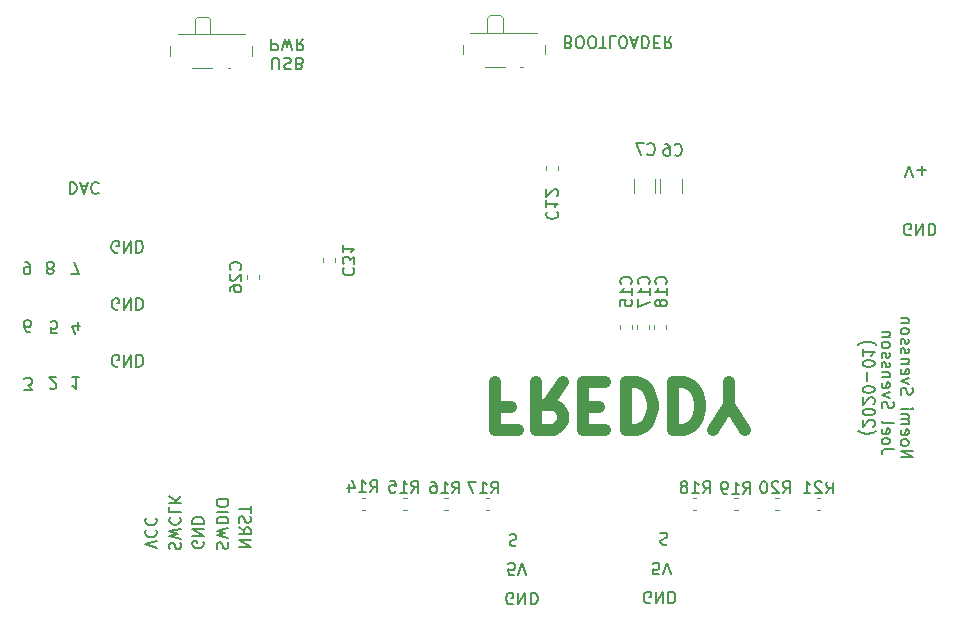
<source format=gbo>
G04 #@! TF.GenerationSoftware,KiCad,Pcbnew,5.99.0-unknown-a5c7d45~86~ubuntu18.04.1*
G04 #@! TF.CreationDate,2020-01-09T21:59:45+01:00*
G04 #@! TF.ProjectId,v1,76312e6b-6963-4616-945f-706362585858,rev?*
G04 #@! TF.SameCoordinates,Original*
G04 #@! TF.FileFunction,Legend,Bot*
G04 #@! TF.FilePolarity,Positive*
%FSLAX46Y46*%
G04 Gerber Fmt 4.6, Leading zero omitted, Abs format (unit mm)*
G04 Created by KiCad (PCBNEW 5.99.0-unknown-a5c7d45~86~ubuntu18.04.1) date 2020-01-09 21:59:45*
%MOMM*%
%LPD*%
G04 APERTURE LIST*
%ADD10C,0.150000*%
%ADD11C,1.000000*%
%ADD12C,0.120000*%
%ADD13O,1.220000X1.770000*%
%ADD14R,1.020000X0.820000*%
%ADD15R,0.720000X1.520000*%
%ADD16C,0.920000*%
%ADD17C,1.020000*%
%ADD18O,1.720000X1.720000*%
%ADD19R,1.720000X1.720000*%
%ADD20C,1.620000*%
%ADD21R,1.620000X1.620000*%
%ADD22C,3.020000*%
%ADD23C,2.620000*%
%ADD24R,2.620000X2.620000*%
%ADD25C,3.220000*%
%ADD26C,2.020000*%
%ADD27R,2.020000X2.020000*%
G04 APERTURE END LIST*
D10*
X189768095Y-117510000D02*
X189672857Y-117557619D01*
X189530000Y-117557619D01*
X189387142Y-117510000D01*
X189291904Y-117414761D01*
X189244285Y-117319523D01*
X189196666Y-117129047D01*
X189196666Y-116986190D01*
X189244285Y-116795714D01*
X189291904Y-116700476D01*
X189387142Y-116605238D01*
X189530000Y-116557619D01*
X189625238Y-116557619D01*
X189768095Y-116605238D01*
X189815714Y-116652857D01*
X189815714Y-116986190D01*
X189625238Y-116986190D01*
X190244285Y-116557619D02*
X190244285Y-117557619D01*
X190815714Y-116557619D01*
X190815714Y-117557619D01*
X191291904Y-116557619D02*
X191291904Y-117557619D01*
X191530000Y-117557619D01*
X191672857Y-117510000D01*
X191768095Y-117414761D01*
X191815714Y-117319523D01*
X191863333Y-117129047D01*
X191863333Y-116986190D01*
X191815714Y-116795714D01*
X191768095Y-116700476D01*
X191672857Y-116605238D01*
X191530000Y-116557619D01*
X191291904Y-116557619D01*
X190479523Y-115097619D02*
X190003333Y-115097619D01*
X189955714Y-114621428D01*
X190003333Y-114669047D01*
X190098571Y-114716666D01*
X190336666Y-114716666D01*
X190431904Y-114669047D01*
X190479523Y-114621428D01*
X190527142Y-114526190D01*
X190527142Y-114288095D01*
X190479523Y-114192857D01*
X190431904Y-114145238D01*
X190336666Y-114097619D01*
X190098571Y-114097619D01*
X190003333Y-114145238D01*
X189955714Y-114192857D01*
X190812857Y-115097619D02*
X191146190Y-114097619D01*
X191479523Y-115097619D01*
X190614285Y-111625238D02*
X190757142Y-111577619D01*
X190995238Y-111577619D01*
X191090476Y-111625238D01*
X191138095Y-111672857D01*
X191185714Y-111768095D01*
X191185714Y-111863333D01*
X191138095Y-111958571D01*
X191090476Y-112006190D01*
X190995238Y-112053809D01*
X190804761Y-112101428D01*
X190709523Y-112149047D01*
X190661904Y-112196666D01*
X190614285Y-112291904D01*
X190614285Y-112387142D01*
X190661904Y-112482380D01*
X190709523Y-112530000D01*
X190804761Y-112577619D01*
X191042857Y-112577619D01*
X191185714Y-112530000D01*
X211347619Y-81497619D02*
X211680952Y-80497619D01*
X212014285Y-81497619D01*
X212347619Y-80878571D02*
X213109523Y-80878571D01*
X212728571Y-80497619D02*
X212728571Y-81259523D01*
X211788095Y-86350000D02*
X211692857Y-86397619D01*
X211550000Y-86397619D01*
X211407142Y-86350000D01*
X211311904Y-86254761D01*
X211264285Y-86159523D01*
X211216666Y-85969047D01*
X211216666Y-85826190D01*
X211264285Y-85635714D01*
X211311904Y-85540476D01*
X211407142Y-85445238D01*
X211550000Y-85397619D01*
X211645238Y-85397619D01*
X211788095Y-85445238D01*
X211835714Y-85492857D01*
X211835714Y-85826190D01*
X211645238Y-85826190D01*
X212264285Y-85397619D02*
X212264285Y-86397619D01*
X212835714Y-85397619D01*
X212835714Y-86397619D01*
X213311904Y-85397619D02*
X213311904Y-86397619D01*
X213550000Y-86397619D01*
X213692857Y-86350000D01*
X213788095Y-86254761D01*
X213835714Y-86159523D01*
X213883333Y-85969047D01*
X213883333Y-85826190D01*
X213835714Y-85635714D01*
X213788095Y-85540476D01*
X213692857Y-85445238D01*
X213550000Y-85397619D01*
X213311904Y-85397619D01*
X140609523Y-81897619D02*
X140609523Y-82897619D01*
X140847619Y-82897619D01*
X140990476Y-82850000D01*
X141085714Y-82754761D01*
X141133333Y-82659523D01*
X141180952Y-82469047D01*
X141180952Y-82326190D01*
X141133333Y-82135714D01*
X141085714Y-82040476D01*
X140990476Y-81945238D01*
X140847619Y-81897619D01*
X140609523Y-81897619D01*
X141561904Y-82183333D02*
X142038095Y-82183333D01*
X141466666Y-81897619D02*
X141800000Y-82897619D01*
X142133333Y-81897619D01*
X143038095Y-81992857D02*
X142990476Y-81945238D01*
X142847619Y-81897619D01*
X142752380Y-81897619D01*
X142609523Y-81945238D01*
X142514285Y-82040476D01*
X142466666Y-82135714D01*
X142419047Y-82326190D01*
X142419047Y-82469047D01*
X142466666Y-82659523D01*
X142514285Y-82754761D01*
X142609523Y-82850000D01*
X142752380Y-82897619D01*
X142847619Y-82897619D01*
X142990476Y-82850000D01*
X143038095Y-82802380D01*
X136799523Y-88687619D02*
X136990000Y-88687619D01*
X137085238Y-88735238D01*
X137132857Y-88782857D01*
X137228095Y-88925714D01*
X137275714Y-89116190D01*
X137275714Y-89497142D01*
X137228095Y-89592380D01*
X137180476Y-89640000D01*
X137085238Y-89687619D01*
X136894761Y-89687619D01*
X136799523Y-89640000D01*
X136751904Y-89592380D01*
X136704285Y-89497142D01*
X136704285Y-89259047D01*
X136751904Y-89163809D01*
X136799523Y-89116190D01*
X136894761Y-89068571D01*
X137085238Y-89068571D01*
X137180476Y-89116190D01*
X137228095Y-89163809D01*
X137275714Y-89259047D01*
X138844761Y-89209047D02*
X138749523Y-89256666D01*
X138701904Y-89304285D01*
X138654285Y-89399523D01*
X138654285Y-89447142D01*
X138701904Y-89542380D01*
X138749523Y-89590000D01*
X138844761Y-89637619D01*
X139035238Y-89637619D01*
X139130476Y-89590000D01*
X139178095Y-89542380D01*
X139225714Y-89447142D01*
X139225714Y-89399523D01*
X139178095Y-89304285D01*
X139130476Y-89256666D01*
X139035238Y-89209047D01*
X138844761Y-89209047D01*
X138749523Y-89161428D01*
X138701904Y-89113809D01*
X138654285Y-89018571D01*
X138654285Y-88828095D01*
X138701904Y-88732857D01*
X138749523Y-88685238D01*
X138844761Y-88637619D01*
X139035238Y-88637619D01*
X139130476Y-88685238D01*
X139178095Y-88732857D01*
X139225714Y-88828095D01*
X139225714Y-89018571D01*
X139178095Y-89113809D01*
X139130476Y-89161428D01*
X139035238Y-89209047D01*
X140706666Y-89687619D02*
X141373333Y-89687619D01*
X140944761Y-88687619D01*
X137200476Y-94567619D02*
X137010000Y-94567619D01*
X136914761Y-94520000D01*
X136867142Y-94472380D01*
X136771904Y-94329523D01*
X136724285Y-94139047D01*
X136724285Y-93758095D01*
X136771904Y-93662857D01*
X136819523Y-93615238D01*
X136914761Y-93567619D01*
X137105238Y-93567619D01*
X137200476Y-93615238D01*
X137248095Y-93662857D01*
X137295714Y-93758095D01*
X137295714Y-93996190D01*
X137248095Y-94091428D01*
X137200476Y-94139047D01*
X137105238Y-94186666D01*
X136914761Y-94186666D01*
X136819523Y-94139047D01*
X136771904Y-94091428D01*
X136724285Y-93996190D01*
X139498095Y-94667619D02*
X139021904Y-94667619D01*
X138974285Y-94191428D01*
X139021904Y-94239047D01*
X139117142Y-94286666D01*
X139355238Y-94286666D01*
X139450476Y-94239047D01*
X139498095Y-94191428D01*
X139545714Y-94096190D01*
X139545714Y-93858095D01*
X139498095Y-93762857D01*
X139450476Y-93715238D01*
X139355238Y-93667619D01*
X139117142Y-93667619D01*
X139021904Y-93715238D01*
X138974285Y-93762857D01*
X141300476Y-94384285D02*
X141300476Y-93717619D01*
X141062380Y-94765238D02*
X140824285Y-94050952D01*
X141443333Y-94050952D01*
X136756666Y-99457619D02*
X137375714Y-99457619D01*
X137042380Y-99076666D01*
X137185238Y-99076666D01*
X137280476Y-99029047D01*
X137328095Y-98981428D01*
X137375714Y-98886190D01*
X137375714Y-98648095D01*
X137328095Y-98552857D01*
X137280476Y-98505238D01*
X137185238Y-98457619D01*
X136899523Y-98457619D01*
X136804285Y-98505238D01*
X136756666Y-98552857D01*
X138904285Y-99312380D02*
X138951904Y-99360000D01*
X139047142Y-99407619D01*
X139285238Y-99407619D01*
X139380476Y-99360000D01*
X139428095Y-99312380D01*
X139475714Y-99217142D01*
X139475714Y-99121904D01*
X139428095Y-98979047D01*
X138856666Y-98407619D01*
X139475714Y-98407619D01*
X141375714Y-98407619D02*
X140804285Y-98407619D01*
X141090000Y-98407619D02*
X141090000Y-99407619D01*
X140994761Y-99264761D01*
X140899523Y-99169523D01*
X140804285Y-99121904D01*
X144698095Y-87810000D02*
X144602857Y-87857619D01*
X144460000Y-87857619D01*
X144317142Y-87810000D01*
X144221904Y-87714761D01*
X144174285Y-87619523D01*
X144126666Y-87429047D01*
X144126666Y-87286190D01*
X144174285Y-87095714D01*
X144221904Y-87000476D01*
X144317142Y-86905238D01*
X144460000Y-86857619D01*
X144555238Y-86857619D01*
X144698095Y-86905238D01*
X144745714Y-86952857D01*
X144745714Y-87286190D01*
X144555238Y-87286190D01*
X145174285Y-86857619D02*
X145174285Y-87857619D01*
X145745714Y-86857619D01*
X145745714Y-87857619D01*
X146221904Y-86857619D02*
X146221904Y-87857619D01*
X146460000Y-87857619D01*
X146602857Y-87810000D01*
X146698095Y-87714761D01*
X146745714Y-87619523D01*
X146793333Y-87429047D01*
X146793333Y-87286190D01*
X146745714Y-87095714D01*
X146698095Y-87000476D01*
X146602857Y-86905238D01*
X146460000Y-86857619D01*
X146221904Y-86857619D01*
X144728095Y-92650000D02*
X144632857Y-92697619D01*
X144490000Y-92697619D01*
X144347142Y-92650000D01*
X144251904Y-92554761D01*
X144204285Y-92459523D01*
X144156666Y-92269047D01*
X144156666Y-92126190D01*
X144204285Y-91935714D01*
X144251904Y-91840476D01*
X144347142Y-91745238D01*
X144490000Y-91697619D01*
X144585238Y-91697619D01*
X144728095Y-91745238D01*
X144775714Y-91792857D01*
X144775714Y-92126190D01*
X144585238Y-92126190D01*
X145204285Y-91697619D02*
X145204285Y-92697619D01*
X145775714Y-91697619D01*
X145775714Y-92697619D01*
X146251904Y-91697619D02*
X146251904Y-92697619D01*
X146490000Y-92697619D01*
X146632857Y-92650000D01*
X146728095Y-92554761D01*
X146775714Y-92459523D01*
X146823333Y-92269047D01*
X146823333Y-92126190D01*
X146775714Y-91935714D01*
X146728095Y-91840476D01*
X146632857Y-91745238D01*
X146490000Y-91697619D01*
X146251904Y-91697619D01*
X144728095Y-97460000D02*
X144632857Y-97507619D01*
X144490000Y-97507619D01*
X144347142Y-97460000D01*
X144251904Y-97364761D01*
X144204285Y-97269523D01*
X144156666Y-97079047D01*
X144156666Y-96936190D01*
X144204285Y-96745714D01*
X144251904Y-96650476D01*
X144347142Y-96555238D01*
X144490000Y-96507619D01*
X144585238Y-96507619D01*
X144728095Y-96555238D01*
X144775714Y-96602857D01*
X144775714Y-96936190D01*
X144585238Y-96936190D01*
X145204285Y-96507619D02*
X145204285Y-97507619D01*
X145775714Y-96507619D01*
X145775714Y-97507619D01*
X146251904Y-96507619D02*
X146251904Y-97507619D01*
X146490000Y-97507619D01*
X146632857Y-97460000D01*
X146728095Y-97364761D01*
X146775714Y-97269523D01*
X146823333Y-97079047D01*
X146823333Y-96936190D01*
X146775714Y-96745714D01*
X146728095Y-96650476D01*
X146632857Y-96555238D01*
X146490000Y-96507619D01*
X146251904Y-96507619D01*
X147967619Y-112903333D02*
X146967619Y-112570000D01*
X147967619Y-112236666D01*
X147062857Y-111331904D02*
X147015238Y-111379523D01*
X146967619Y-111522380D01*
X146967619Y-111617619D01*
X147015238Y-111760476D01*
X147110476Y-111855714D01*
X147205714Y-111903333D01*
X147396190Y-111950952D01*
X147539047Y-111950952D01*
X147729523Y-111903333D01*
X147824761Y-111855714D01*
X147920000Y-111760476D01*
X147967619Y-111617619D01*
X147967619Y-111522380D01*
X147920000Y-111379523D01*
X147872380Y-111331904D01*
X147062857Y-110331904D02*
X147015238Y-110379523D01*
X146967619Y-110522380D01*
X146967619Y-110617619D01*
X147015238Y-110760476D01*
X147110476Y-110855714D01*
X147205714Y-110903333D01*
X147396190Y-110950952D01*
X147539047Y-110950952D01*
X147729523Y-110903333D01*
X147824761Y-110855714D01*
X147920000Y-110760476D01*
X147967619Y-110617619D01*
X147967619Y-110522380D01*
X147920000Y-110379523D01*
X147872380Y-110331904D01*
X149065238Y-112981904D02*
X149017619Y-112839047D01*
X149017619Y-112600952D01*
X149065238Y-112505714D01*
X149112857Y-112458095D01*
X149208095Y-112410476D01*
X149303333Y-112410476D01*
X149398571Y-112458095D01*
X149446190Y-112505714D01*
X149493809Y-112600952D01*
X149541428Y-112791428D01*
X149589047Y-112886666D01*
X149636666Y-112934285D01*
X149731904Y-112981904D01*
X149827142Y-112981904D01*
X149922380Y-112934285D01*
X149970000Y-112886666D01*
X150017619Y-112791428D01*
X150017619Y-112553333D01*
X149970000Y-112410476D01*
X150017619Y-112077142D02*
X149017619Y-111839047D01*
X149731904Y-111648571D01*
X149017619Y-111458095D01*
X150017619Y-111220000D01*
X149112857Y-110267619D02*
X149065238Y-110315238D01*
X149017619Y-110458095D01*
X149017619Y-110553333D01*
X149065238Y-110696190D01*
X149160476Y-110791428D01*
X149255714Y-110839047D01*
X149446190Y-110886666D01*
X149589047Y-110886666D01*
X149779523Y-110839047D01*
X149874761Y-110791428D01*
X149970000Y-110696190D01*
X150017619Y-110553333D01*
X150017619Y-110458095D01*
X149970000Y-110315238D01*
X149922380Y-110267619D01*
X149017619Y-109362857D02*
X149017619Y-109839047D01*
X150017619Y-109839047D01*
X149017619Y-109029523D02*
X150017619Y-109029523D01*
X149017619Y-108458095D02*
X149589047Y-108886666D01*
X150017619Y-108458095D02*
X149446190Y-109029523D01*
X151920000Y-112331904D02*
X151967619Y-112427142D01*
X151967619Y-112570000D01*
X151920000Y-112712857D01*
X151824761Y-112808095D01*
X151729523Y-112855714D01*
X151539047Y-112903333D01*
X151396190Y-112903333D01*
X151205714Y-112855714D01*
X151110476Y-112808095D01*
X151015238Y-112712857D01*
X150967619Y-112570000D01*
X150967619Y-112474761D01*
X151015238Y-112331904D01*
X151062857Y-112284285D01*
X151396190Y-112284285D01*
X151396190Y-112474761D01*
X150967619Y-111855714D02*
X151967619Y-111855714D01*
X150967619Y-111284285D01*
X151967619Y-111284285D01*
X150967619Y-110808095D02*
X151967619Y-110808095D01*
X151967619Y-110570000D01*
X151920000Y-110427142D01*
X151824761Y-110331904D01*
X151729523Y-110284285D01*
X151539047Y-110236666D01*
X151396190Y-110236666D01*
X151205714Y-110284285D01*
X151110476Y-110331904D01*
X151015238Y-110427142D01*
X150967619Y-110570000D01*
X150967619Y-110808095D01*
X153085238Y-112929047D02*
X153037619Y-112786190D01*
X153037619Y-112548095D01*
X153085238Y-112452857D01*
X153132857Y-112405238D01*
X153228095Y-112357619D01*
X153323333Y-112357619D01*
X153418571Y-112405238D01*
X153466190Y-112452857D01*
X153513809Y-112548095D01*
X153561428Y-112738571D01*
X153609047Y-112833809D01*
X153656666Y-112881428D01*
X153751904Y-112929047D01*
X153847142Y-112929047D01*
X153942380Y-112881428D01*
X153990000Y-112833809D01*
X154037619Y-112738571D01*
X154037619Y-112500476D01*
X153990000Y-112357619D01*
X154037619Y-112024285D02*
X153037619Y-111786190D01*
X153751904Y-111595714D01*
X153037619Y-111405238D01*
X154037619Y-111167142D01*
X153037619Y-110786190D02*
X154037619Y-110786190D01*
X154037619Y-110548095D01*
X153990000Y-110405238D01*
X153894761Y-110310000D01*
X153799523Y-110262380D01*
X153609047Y-110214761D01*
X153466190Y-110214761D01*
X153275714Y-110262380D01*
X153180476Y-110310000D01*
X153085238Y-110405238D01*
X153037619Y-110548095D01*
X153037619Y-110786190D01*
X153037619Y-109786190D02*
X154037619Y-109786190D01*
X154037619Y-109119523D02*
X154037619Y-108929047D01*
X153990000Y-108833809D01*
X153894761Y-108738571D01*
X153704285Y-108690952D01*
X153370952Y-108690952D01*
X153180476Y-108738571D01*
X153085238Y-108833809D01*
X153037619Y-108929047D01*
X153037619Y-109119523D01*
X153085238Y-109214761D01*
X153180476Y-109310000D01*
X153370952Y-109357619D01*
X153704285Y-109357619D01*
X153894761Y-109310000D01*
X153990000Y-109214761D01*
X154037619Y-109119523D01*
X154907619Y-112742857D02*
X155907619Y-112742857D01*
X154907619Y-112171428D01*
X155907619Y-112171428D01*
X154907619Y-111123809D02*
X155383809Y-111457142D01*
X154907619Y-111695238D02*
X155907619Y-111695238D01*
X155907619Y-111314285D01*
X155860000Y-111219047D01*
X155812380Y-111171428D01*
X155717142Y-111123809D01*
X155574285Y-111123809D01*
X155479047Y-111171428D01*
X155431428Y-111219047D01*
X155383809Y-111314285D01*
X155383809Y-111695238D01*
X154955238Y-110742857D02*
X154907619Y-110600000D01*
X154907619Y-110361904D01*
X154955238Y-110266666D01*
X155002857Y-110219047D01*
X155098095Y-110171428D01*
X155193333Y-110171428D01*
X155288571Y-110219047D01*
X155336190Y-110266666D01*
X155383809Y-110361904D01*
X155431428Y-110552380D01*
X155479047Y-110647619D01*
X155526666Y-110695238D01*
X155621904Y-110742857D01*
X155717142Y-110742857D01*
X155812380Y-110695238D01*
X155860000Y-110647619D01*
X155907619Y-110552380D01*
X155907619Y-110314285D01*
X155860000Y-110171428D01*
X155907619Y-109885714D02*
X155907619Y-109314285D01*
X154907619Y-109600000D02*
X155907619Y-109600000D01*
X177834285Y-111745238D02*
X177977142Y-111697619D01*
X178215238Y-111697619D01*
X178310476Y-111745238D01*
X178358095Y-111792857D01*
X178405714Y-111888095D01*
X178405714Y-111983333D01*
X178358095Y-112078571D01*
X178310476Y-112126190D01*
X178215238Y-112173809D01*
X178024761Y-112221428D01*
X177929523Y-112269047D01*
X177881904Y-112316666D01*
X177834285Y-112411904D01*
X177834285Y-112507142D01*
X177881904Y-112602380D01*
X177929523Y-112650000D01*
X178024761Y-112697619D01*
X178262857Y-112697619D01*
X178405714Y-112650000D01*
X178239523Y-115127619D02*
X177763333Y-115127619D01*
X177715714Y-114651428D01*
X177763333Y-114699047D01*
X177858571Y-114746666D01*
X178096666Y-114746666D01*
X178191904Y-114699047D01*
X178239523Y-114651428D01*
X178287142Y-114556190D01*
X178287142Y-114318095D01*
X178239523Y-114222857D01*
X178191904Y-114175238D01*
X178096666Y-114127619D01*
X177858571Y-114127619D01*
X177763333Y-114175238D01*
X177715714Y-114222857D01*
X178572857Y-115127619D02*
X178906190Y-114127619D01*
X179239523Y-115127619D01*
X178118095Y-117590000D02*
X178022857Y-117637619D01*
X177880000Y-117637619D01*
X177737142Y-117590000D01*
X177641904Y-117494761D01*
X177594285Y-117399523D01*
X177546666Y-117209047D01*
X177546666Y-117066190D01*
X177594285Y-116875714D01*
X177641904Y-116780476D01*
X177737142Y-116685238D01*
X177880000Y-116637619D01*
X177975238Y-116637619D01*
X178118095Y-116685238D01*
X178165714Y-116732857D01*
X178165714Y-117066190D01*
X177975238Y-117066190D01*
X178594285Y-116637619D02*
X178594285Y-117637619D01*
X179165714Y-116637619D01*
X179165714Y-117637619D01*
X179641904Y-116637619D02*
X179641904Y-117637619D01*
X179880000Y-117637619D01*
X180022857Y-117590000D01*
X180118095Y-117494761D01*
X180165714Y-117399523D01*
X180213333Y-117209047D01*
X180213333Y-117066190D01*
X180165714Y-116875714D01*
X180118095Y-116780476D01*
X180022857Y-116685238D01*
X179880000Y-116637619D01*
X179641904Y-116637619D01*
D11*
X177947619Y-100935714D02*
X176614285Y-100935714D01*
X176614285Y-98840476D02*
X176614285Y-102840476D01*
X178519047Y-102840476D01*
X182328571Y-98840476D02*
X180995238Y-100745238D01*
X180042857Y-98840476D02*
X180042857Y-102840476D01*
X181566666Y-102840476D01*
X181947619Y-102650000D01*
X182138095Y-102459523D01*
X182328571Y-102078571D01*
X182328571Y-101507142D01*
X182138095Y-101126190D01*
X181947619Y-100935714D01*
X181566666Y-100745238D01*
X180042857Y-100745238D01*
X184042857Y-100935714D02*
X185376190Y-100935714D01*
X185947619Y-98840476D02*
X184042857Y-98840476D01*
X184042857Y-102840476D01*
X185947619Y-102840476D01*
X187661904Y-98840476D02*
X187661904Y-102840476D01*
X188614285Y-102840476D01*
X189185714Y-102650000D01*
X189566666Y-102269047D01*
X189757142Y-101888095D01*
X189947619Y-101126190D01*
X189947619Y-100554761D01*
X189757142Y-99792857D01*
X189566666Y-99411904D01*
X189185714Y-99030952D01*
X188614285Y-98840476D01*
X187661904Y-98840476D01*
X191661904Y-98840476D02*
X191661904Y-102840476D01*
X192614285Y-102840476D01*
X193185714Y-102650000D01*
X193566666Y-102269047D01*
X193757142Y-101888095D01*
X193947619Y-101126190D01*
X193947619Y-100554761D01*
X193757142Y-99792857D01*
X193566666Y-99411904D01*
X193185714Y-99030952D01*
X192614285Y-98840476D01*
X191661904Y-98840476D01*
X196423809Y-100745238D02*
X196423809Y-98840476D01*
X195090476Y-102840476D02*
X196423809Y-100745238D01*
X197757142Y-102840476D01*
D10*
X210957619Y-105204761D02*
X211957619Y-105204761D01*
X210957619Y-104633333D01*
X211957619Y-104633333D01*
X210957619Y-104014285D02*
X211005238Y-104109523D01*
X211052857Y-104157142D01*
X211148095Y-104204761D01*
X211433809Y-104204761D01*
X211529047Y-104157142D01*
X211576666Y-104109523D01*
X211624285Y-104014285D01*
X211624285Y-103871428D01*
X211576666Y-103776190D01*
X211529047Y-103728571D01*
X211433809Y-103680952D01*
X211148095Y-103680952D01*
X211052857Y-103728571D01*
X211005238Y-103776190D01*
X210957619Y-103871428D01*
X210957619Y-104014285D01*
X211005238Y-102871428D02*
X210957619Y-102966666D01*
X210957619Y-103157142D01*
X211005238Y-103252380D01*
X211100476Y-103300000D01*
X211481428Y-103300000D01*
X211576666Y-103252380D01*
X211624285Y-103157142D01*
X211624285Y-102966666D01*
X211576666Y-102871428D01*
X211481428Y-102823809D01*
X211386190Y-102823809D01*
X211290952Y-103300000D01*
X210957619Y-102395238D02*
X211624285Y-102395238D01*
X211529047Y-102395238D02*
X211576666Y-102347619D01*
X211624285Y-102252380D01*
X211624285Y-102109523D01*
X211576666Y-102014285D01*
X211481428Y-101966666D01*
X210957619Y-101966666D01*
X211481428Y-101966666D02*
X211576666Y-101919047D01*
X211624285Y-101823809D01*
X211624285Y-101680952D01*
X211576666Y-101585714D01*
X211481428Y-101538095D01*
X210957619Y-101538095D01*
X210957619Y-101061904D02*
X211624285Y-101061904D01*
X211957619Y-101061904D02*
X211910000Y-101109523D01*
X211862380Y-101061904D01*
X211910000Y-101014285D01*
X211957619Y-101061904D01*
X211862380Y-101061904D01*
X211005238Y-99871428D02*
X210957619Y-99728571D01*
X210957619Y-99490476D01*
X211005238Y-99395238D01*
X211052857Y-99347619D01*
X211148095Y-99300000D01*
X211243333Y-99300000D01*
X211338571Y-99347619D01*
X211386190Y-99395238D01*
X211433809Y-99490476D01*
X211481428Y-99680952D01*
X211529047Y-99776190D01*
X211576666Y-99823809D01*
X211671904Y-99871428D01*
X211767142Y-99871428D01*
X211862380Y-99823809D01*
X211910000Y-99776190D01*
X211957619Y-99680952D01*
X211957619Y-99442857D01*
X211910000Y-99300000D01*
X211624285Y-98966666D02*
X210957619Y-98728571D01*
X211624285Y-98490476D01*
X211005238Y-97728571D02*
X210957619Y-97823809D01*
X210957619Y-98014285D01*
X211005238Y-98109523D01*
X211100476Y-98157142D01*
X211481428Y-98157142D01*
X211576666Y-98109523D01*
X211624285Y-98014285D01*
X211624285Y-97823809D01*
X211576666Y-97728571D01*
X211481428Y-97680952D01*
X211386190Y-97680952D01*
X211290952Y-98157142D01*
X211624285Y-97252380D02*
X210957619Y-97252380D01*
X211529047Y-97252380D02*
X211576666Y-97204761D01*
X211624285Y-97109523D01*
X211624285Y-96966666D01*
X211576666Y-96871428D01*
X211481428Y-96823809D01*
X210957619Y-96823809D01*
X211005238Y-96395238D02*
X210957619Y-96300000D01*
X210957619Y-96109523D01*
X211005238Y-96014285D01*
X211100476Y-95966666D01*
X211148095Y-95966666D01*
X211243333Y-96014285D01*
X211290952Y-96109523D01*
X211290952Y-96252380D01*
X211338571Y-96347619D01*
X211433809Y-96395238D01*
X211481428Y-96395238D01*
X211576666Y-96347619D01*
X211624285Y-96252380D01*
X211624285Y-96109523D01*
X211576666Y-96014285D01*
X211005238Y-95585714D02*
X210957619Y-95490476D01*
X210957619Y-95300000D01*
X211005238Y-95204761D01*
X211100476Y-95157142D01*
X211148095Y-95157142D01*
X211243333Y-95204761D01*
X211290952Y-95300000D01*
X211290952Y-95442857D01*
X211338571Y-95538095D01*
X211433809Y-95585714D01*
X211481428Y-95585714D01*
X211576666Y-95538095D01*
X211624285Y-95442857D01*
X211624285Y-95300000D01*
X211576666Y-95204761D01*
X210957619Y-94585714D02*
X211005238Y-94680952D01*
X211052857Y-94728571D01*
X211148095Y-94776190D01*
X211433809Y-94776190D01*
X211529047Y-94728571D01*
X211576666Y-94680952D01*
X211624285Y-94585714D01*
X211624285Y-94442857D01*
X211576666Y-94347619D01*
X211529047Y-94300000D01*
X211433809Y-94252380D01*
X211148095Y-94252380D01*
X211052857Y-94300000D01*
X211005238Y-94347619D01*
X210957619Y-94442857D01*
X210957619Y-94585714D01*
X211624285Y-93823809D02*
X210957619Y-93823809D01*
X211529047Y-93823809D02*
X211576666Y-93776190D01*
X211624285Y-93680952D01*
X211624285Y-93538095D01*
X211576666Y-93442857D01*
X211481428Y-93395238D01*
X210957619Y-93395238D01*
X210347619Y-104514285D02*
X209633333Y-104514285D01*
X209490476Y-104561904D01*
X209395238Y-104657142D01*
X209347619Y-104800000D01*
X209347619Y-104895238D01*
X209347619Y-103895238D02*
X209395238Y-103990476D01*
X209442857Y-104038095D01*
X209538095Y-104085714D01*
X209823809Y-104085714D01*
X209919047Y-104038095D01*
X209966666Y-103990476D01*
X210014285Y-103895238D01*
X210014285Y-103752380D01*
X209966666Y-103657142D01*
X209919047Y-103609523D01*
X209823809Y-103561904D01*
X209538095Y-103561904D01*
X209442857Y-103609523D01*
X209395238Y-103657142D01*
X209347619Y-103752380D01*
X209347619Y-103895238D01*
X209395238Y-102752380D02*
X209347619Y-102847619D01*
X209347619Y-103038095D01*
X209395238Y-103133333D01*
X209490476Y-103180952D01*
X209871428Y-103180952D01*
X209966666Y-103133333D01*
X210014285Y-103038095D01*
X210014285Y-102847619D01*
X209966666Y-102752380D01*
X209871428Y-102704761D01*
X209776190Y-102704761D01*
X209680952Y-103180952D01*
X209347619Y-102133333D02*
X209395238Y-102228571D01*
X209490476Y-102276190D01*
X210347619Y-102276190D01*
X209395238Y-101038095D02*
X209347619Y-100895238D01*
X209347619Y-100657142D01*
X209395238Y-100561904D01*
X209442857Y-100514285D01*
X209538095Y-100466666D01*
X209633333Y-100466666D01*
X209728571Y-100514285D01*
X209776190Y-100561904D01*
X209823809Y-100657142D01*
X209871428Y-100847619D01*
X209919047Y-100942857D01*
X209966666Y-100990476D01*
X210061904Y-101038095D01*
X210157142Y-101038095D01*
X210252380Y-100990476D01*
X210300000Y-100942857D01*
X210347619Y-100847619D01*
X210347619Y-100609523D01*
X210300000Y-100466666D01*
X210014285Y-100133333D02*
X209347619Y-99895238D01*
X210014285Y-99657142D01*
X209395238Y-98895238D02*
X209347619Y-98990476D01*
X209347619Y-99180952D01*
X209395238Y-99276190D01*
X209490476Y-99323809D01*
X209871428Y-99323809D01*
X209966666Y-99276190D01*
X210014285Y-99180952D01*
X210014285Y-98990476D01*
X209966666Y-98895238D01*
X209871428Y-98847619D01*
X209776190Y-98847619D01*
X209680952Y-99323809D01*
X210014285Y-98419047D02*
X209347619Y-98419047D01*
X209919047Y-98419047D02*
X209966666Y-98371428D01*
X210014285Y-98276190D01*
X210014285Y-98133333D01*
X209966666Y-98038095D01*
X209871428Y-97990476D01*
X209347619Y-97990476D01*
X209395238Y-97561904D02*
X209347619Y-97466666D01*
X209347619Y-97276190D01*
X209395238Y-97180952D01*
X209490476Y-97133333D01*
X209538095Y-97133333D01*
X209633333Y-97180952D01*
X209680952Y-97276190D01*
X209680952Y-97419047D01*
X209728571Y-97514285D01*
X209823809Y-97561904D01*
X209871428Y-97561904D01*
X209966666Y-97514285D01*
X210014285Y-97419047D01*
X210014285Y-97276190D01*
X209966666Y-97180952D01*
X209395238Y-96752380D02*
X209347619Y-96657142D01*
X209347619Y-96466666D01*
X209395238Y-96371428D01*
X209490476Y-96323809D01*
X209538095Y-96323809D01*
X209633333Y-96371428D01*
X209680952Y-96466666D01*
X209680952Y-96609523D01*
X209728571Y-96704761D01*
X209823809Y-96752380D01*
X209871428Y-96752380D01*
X209966666Y-96704761D01*
X210014285Y-96609523D01*
X210014285Y-96466666D01*
X209966666Y-96371428D01*
X209347619Y-95752380D02*
X209395238Y-95847619D01*
X209442857Y-95895238D01*
X209538095Y-95942857D01*
X209823809Y-95942857D01*
X209919047Y-95895238D01*
X209966666Y-95847619D01*
X210014285Y-95752380D01*
X210014285Y-95609523D01*
X209966666Y-95514285D01*
X209919047Y-95466666D01*
X209823809Y-95419047D01*
X209538095Y-95419047D01*
X209442857Y-95466666D01*
X209395238Y-95514285D01*
X209347619Y-95609523D01*
X209347619Y-95752380D01*
X210014285Y-94990476D02*
X209347619Y-94990476D01*
X209919047Y-94990476D02*
X209966666Y-94942857D01*
X210014285Y-94847619D01*
X210014285Y-94704761D01*
X209966666Y-94609523D01*
X209871428Y-94561904D01*
X209347619Y-94561904D01*
X207356666Y-102919047D02*
X207404285Y-102966666D01*
X207547142Y-103061904D01*
X207642380Y-103109523D01*
X207785238Y-103157142D01*
X208023333Y-103204761D01*
X208213809Y-103204761D01*
X208451904Y-103157142D01*
X208594761Y-103109523D01*
X208690000Y-103061904D01*
X208832857Y-102966666D01*
X208880476Y-102919047D01*
X208642380Y-102585714D02*
X208690000Y-102538095D01*
X208737619Y-102442857D01*
X208737619Y-102204761D01*
X208690000Y-102109523D01*
X208642380Y-102061904D01*
X208547142Y-102014285D01*
X208451904Y-102014285D01*
X208309047Y-102061904D01*
X207737619Y-102633333D01*
X207737619Y-102014285D01*
X208737619Y-101395238D02*
X208737619Y-101300000D01*
X208690000Y-101204761D01*
X208642380Y-101157142D01*
X208547142Y-101109523D01*
X208356666Y-101061904D01*
X208118571Y-101061904D01*
X207928095Y-101109523D01*
X207832857Y-101157142D01*
X207785238Y-101204761D01*
X207737619Y-101300000D01*
X207737619Y-101395238D01*
X207785238Y-101490476D01*
X207832857Y-101538095D01*
X207928095Y-101585714D01*
X208118571Y-101633333D01*
X208356666Y-101633333D01*
X208547142Y-101585714D01*
X208642380Y-101538095D01*
X208690000Y-101490476D01*
X208737619Y-101395238D01*
X208642380Y-100680952D02*
X208690000Y-100633333D01*
X208737619Y-100538095D01*
X208737619Y-100300000D01*
X208690000Y-100204761D01*
X208642380Y-100157142D01*
X208547142Y-100109523D01*
X208451904Y-100109523D01*
X208309047Y-100157142D01*
X207737619Y-100728571D01*
X207737619Y-100109523D01*
X208737619Y-99490476D02*
X208737619Y-99395238D01*
X208690000Y-99300000D01*
X208642380Y-99252380D01*
X208547142Y-99204761D01*
X208356666Y-99157142D01*
X208118571Y-99157142D01*
X207928095Y-99204761D01*
X207832857Y-99252380D01*
X207785238Y-99300000D01*
X207737619Y-99395238D01*
X207737619Y-99490476D01*
X207785238Y-99585714D01*
X207832857Y-99633333D01*
X207928095Y-99680952D01*
X208118571Y-99728571D01*
X208356666Y-99728571D01*
X208547142Y-99680952D01*
X208642380Y-99633333D01*
X208690000Y-99585714D01*
X208737619Y-99490476D01*
X208118571Y-98728571D02*
X208118571Y-97966666D01*
X208737619Y-97300000D02*
X208737619Y-97204761D01*
X208690000Y-97109523D01*
X208642380Y-97061904D01*
X208547142Y-97014285D01*
X208356666Y-96966666D01*
X208118571Y-96966666D01*
X207928095Y-97014285D01*
X207832857Y-97061904D01*
X207785238Y-97109523D01*
X207737619Y-97204761D01*
X207737619Y-97300000D01*
X207785238Y-97395238D01*
X207832857Y-97442857D01*
X207928095Y-97490476D01*
X208118571Y-97538095D01*
X208356666Y-97538095D01*
X208547142Y-97490476D01*
X208642380Y-97442857D01*
X208690000Y-97395238D01*
X208737619Y-97300000D01*
X207737619Y-96014285D02*
X207737619Y-96585714D01*
X207737619Y-96300000D02*
X208737619Y-96300000D01*
X208594761Y-96395238D01*
X208499523Y-96490476D01*
X208451904Y-96585714D01*
X207356666Y-95680952D02*
X207404285Y-95633333D01*
X207547142Y-95538095D01*
X207642380Y-95490476D01*
X207785238Y-95442857D01*
X208023333Y-95395238D01*
X208213809Y-95395238D01*
X208451904Y-95442857D01*
X208594761Y-95490476D01*
X208690000Y-95538095D01*
X208832857Y-95633333D01*
X208880476Y-95680952D01*
X157738095Y-72352619D02*
X157738095Y-71543095D01*
X157785714Y-71447857D01*
X157833333Y-71400238D01*
X157928571Y-71352619D01*
X158119047Y-71352619D01*
X158214285Y-71400238D01*
X158261904Y-71447857D01*
X158309523Y-71543095D01*
X158309523Y-72352619D01*
X158738095Y-71400238D02*
X158880952Y-71352619D01*
X159119047Y-71352619D01*
X159214285Y-71400238D01*
X159261904Y-71447857D01*
X159309523Y-71543095D01*
X159309523Y-71638333D01*
X159261904Y-71733571D01*
X159214285Y-71781190D01*
X159119047Y-71828809D01*
X158928571Y-71876428D01*
X158833333Y-71924047D01*
X158785714Y-71971666D01*
X158738095Y-72066904D01*
X158738095Y-72162142D01*
X158785714Y-72257380D01*
X158833333Y-72305000D01*
X158928571Y-72352619D01*
X159166666Y-72352619D01*
X159309523Y-72305000D01*
X160071428Y-71876428D02*
X160214285Y-71828809D01*
X160261904Y-71781190D01*
X160309523Y-71685952D01*
X160309523Y-71543095D01*
X160261904Y-71447857D01*
X160214285Y-71400238D01*
X160119047Y-71352619D01*
X159738095Y-71352619D01*
X159738095Y-72352619D01*
X160071428Y-72352619D01*
X160166666Y-72305000D01*
X160214285Y-72257380D01*
X160261904Y-72162142D01*
X160261904Y-72066904D01*
X160214285Y-71971666D01*
X160166666Y-71924047D01*
X160071428Y-71876428D01*
X159738095Y-71876428D01*
X157666666Y-69742619D02*
X157666666Y-70742619D01*
X158047619Y-70742619D01*
X158142857Y-70695000D01*
X158190476Y-70647380D01*
X158238095Y-70552142D01*
X158238095Y-70409285D01*
X158190476Y-70314047D01*
X158142857Y-70266428D01*
X158047619Y-70218809D01*
X157666666Y-70218809D01*
X158571428Y-70742619D02*
X158809523Y-69742619D01*
X159000000Y-70456904D01*
X159190476Y-69742619D01*
X159428571Y-70742619D01*
X160380952Y-69742619D02*
X160047619Y-70218809D01*
X159809523Y-69742619D02*
X159809523Y-70742619D01*
X160190476Y-70742619D01*
X160285714Y-70695000D01*
X160333333Y-70647380D01*
X160380952Y-70552142D01*
X160380952Y-70409285D01*
X160333333Y-70314047D01*
X160285714Y-70266428D01*
X160190476Y-70218809D01*
X159809523Y-70218809D01*
X182833333Y-70071428D02*
X182976190Y-70023809D01*
X183023809Y-69976190D01*
X183071428Y-69880952D01*
X183071428Y-69738095D01*
X183023809Y-69642857D01*
X182976190Y-69595238D01*
X182880952Y-69547619D01*
X182500000Y-69547619D01*
X182500000Y-70547619D01*
X182833333Y-70547619D01*
X182928571Y-70500000D01*
X182976190Y-70452380D01*
X183023809Y-70357142D01*
X183023809Y-70261904D01*
X182976190Y-70166666D01*
X182928571Y-70119047D01*
X182833333Y-70071428D01*
X182500000Y-70071428D01*
X183690476Y-70547619D02*
X183880952Y-70547619D01*
X183976190Y-70500000D01*
X184071428Y-70404761D01*
X184119047Y-70214285D01*
X184119047Y-69880952D01*
X184071428Y-69690476D01*
X183976190Y-69595238D01*
X183880952Y-69547619D01*
X183690476Y-69547619D01*
X183595238Y-69595238D01*
X183500000Y-69690476D01*
X183452380Y-69880952D01*
X183452380Y-70214285D01*
X183500000Y-70404761D01*
X183595238Y-70500000D01*
X183690476Y-70547619D01*
X184738095Y-70547619D02*
X184928571Y-70547619D01*
X185023809Y-70500000D01*
X185119047Y-70404761D01*
X185166666Y-70214285D01*
X185166666Y-69880952D01*
X185119047Y-69690476D01*
X185023809Y-69595238D01*
X184928571Y-69547619D01*
X184738095Y-69547619D01*
X184642857Y-69595238D01*
X184547619Y-69690476D01*
X184500000Y-69880952D01*
X184500000Y-70214285D01*
X184547619Y-70404761D01*
X184642857Y-70500000D01*
X184738095Y-70547619D01*
X185452380Y-70547619D02*
X186023809Y-70547619D01*
X185738095Y-69547619D02*
X185738095Y-70547619D01*
X186833333Y-69547619D02*
X186357142Y-69547619D01*
X186357142Y-70547619D01*
X187357142Y-70547619D02*
X187547619Y-70547619D01*
X187642857Y-70500000D01*
X187738095Y-70404761D01*
X187785714Y-70214285D01*
X187785714Y-69880952D01*
X187738095Y-69690476D01*
X187642857Y-69595238D01*
X187547619Y-69547619D01*
X187357142Y-69547619D01*
X187261904Y-69595238D01*
X187166666Y-69690476D01*
X187119047Y-69880952D01*
X187119047Y-70214285D01*
X187166666Y-70404761D01*
X187261904Y-70500000D01*
X187357142Y-70547619D01*
X188166666Y-69833333D02*
X188642857Y-69833333D01*
X188071428Y-69547619D02*
X188404761Y-70547619D01*
X188738095Y-69547619D01*
X189071428Y-69547619D02*
X189071428Y-70547619D01*
X189309523Y-70547619D01*
X189452380Y-70500000D01*
X189547619Y-70404761D01*
X189595238Y-70309523D01*
X189642857Y-70119047D01*
X189642857Y-69976190D01*
X189595238Y-69785714D01*
X189547619Y-69690476D01*
X189452380Y-69595238D01*
X189309523Y-69547619D01*
X189071428Y-69547619D01*
X190071428Y-70071428D02*
X190404761Y-70071428D01*
X190547619Y-69547619D02*
X190071428Y-69547619D01*
X190071428Y-70547619D01*
X190547619Y-70547619D01*
X191547619Y-69547619D02*
X191214285Y-70023809D01*
X190976190Y-69547619D02*
X190976190Y-70547619D01*
X191357142Y-70547619D01*
X191452380Y-70500000D01*
X191500000Y-70452380D01*
X191547619Y-70357142D01*
X191547619Y-70214285D01*
X191500000Y-70119047D01*
X191452380Y-70071428D01*
X191357142Y-70023809D01*
X190976190Y-70023809D01*
D12*
X196837221Y-109655000D02*
X197162779Y-109655000D01*
X196837221Y-108635000D02*
X197162779Y-108635000D01*
X172307221Y-109645000D02*
X172632779Y-109645000D01*
X172307221Y-108625000D02*
X172632779Y-108625000D01*
X178750000Y-72120000D02*
X178950000Y-72120000D01*
X175950000Y-67980000D02*
X176150000Y-67770000D01*
X177250000Y-67980000D02*
X177050000Y-67770000D01*
X175950000Y-69270000D02*
X175950000Y-67980000D01*
X176150000Y-67770000D02*
X177050000Y-67770000D01*
X177250000Y-67980000D02*
X177250000Y-69270000D01*
X174500000Y-69270000D02*
X180200000Y-69270000D01*
X175750000Y-72120000D02*
X177450000Y-72120000D01*
X173900000Y-71070000D02*
X173900000Y-70280000D01*
X180800000Y-70280000D02*
X180800000Y-71070000D01*
X153980000Y-72230000D02*
X154180000Y-72230000D01*
X151180000Y-68090000D02*
X151380000Y-67880000D01*
X152480000Y-68090000D02*
X152280000Y-67880000D01*
X151180000Y-69380000D02*
X151180000Y-68090000D01*
X151380000Y-67880000D02*
X152280000Y-67880000D01*
X152480000Y-68090000D02*
X152480000Y-69380000D01*
X149730000Y-69380000D02*
X155430000Y-69380000D01*
X150980000Y-72230000D02*
X152680000Y-72230000D01*
X149130000Y-71180000D02*
X149130000Y-70390000D01*
X156030000Y-70390000D02*
X156030000Y-71180000D01*
X203837221Y-109655000D02*
X204162779Y-109655000D01*
X203837221Y-108635000D02*
X204162779Y-108635000D01*
X200337221Y-109655000D02*
X200662779Y-109655000D01*
X200337221Y-108635000D02*
X200662779Y-108635000D01*
X193337221Y-109655000D02*
X193662779Y-109655000D01*
X193337221Y-108635000D02*
X193662779Y-108635000D01*
X175807221Y-109645000D02*
X176132779Y-109645000D01*
X175807221Y-108625000D02*
X176132779Y-108625000D01*
X168807221Y-109645000D02*
X169132779Y-109645000D01*
X168807221Y-108625000D02*
X169132779Y-108625000D01*
X165307221Y-109645000D02*
X165632779Y-109645000D01*
X165307221Y-108625000D02*
X165632779Y-108625000D01*
X162040000Y-88347221D02*
X162040000Y-88672779D01*
X163060000Y-88347221D02*
X163060000Y-88672779D01*
X155600000Y-89777221D02*
X155600000Y-90102779D01*
X156620000Y-89777221D02*
X156620000Y-90102779D01*
X191110000Y-94302779D02*
X191110000Y-93977221D01*
X190090000Y-94302779D02*
X190090000Y-93977221D01*
X189660000Y-94302779D02*
X189660000Y-93977221D01*
X188640000Y-94302779D02*
X188640000Y-93977221D01*
X188200000Y-94302779D02*
X188200000Y-93977221D01*
X187180000Y-94302779D02*
X187180000Y-93977221D01*
X180920000Y-80509721D02*
X180920000Y-80835279D01*
X181940000Y-80509721D02*
X181940000Y-80835279D01*
X188350000Y-81607936D02*
X188350000Y-82812064D01*
X190170000Y-81607936D02*
X190170000Y-82812064D01*
X190600000Y-81607936D02*
X190600000Y-82812064D01*
X192420000Y-81607936D02*
X192420000Y-82812064D01*
D10*
X197642857Y-108272380D02*
X197976190Y-107796190D01*
X198214285Y-108272380D02*
X198214285Y-107272380D01*
X197833333Y-107272380D01*
X197738095Y-107320000D01*
X197690476Y-107367619D01*
X197642857Y-107462857D01*
X197642857Y-107605714D01*
X197690476Y-107700952D01*
X197738095Y-107748571D01*
X197833333Y-107796190D01*
X198214285Y-107796190D01*
X196690476Y-108272380D02*
X197261904Y-108272380D01*
X196976190Y-108272380D02*
X196976190Y-107272380D01*
X197071428Y-107415238D01*
X197166666Y-107510476D01*
X197261904Y-107558095D01*
X196214285Y-108272380D02*
X196023809Y-108272380D01*
X195928571Y-108224761D01*
X195880952Y-108177142D01*
X195785714Y-108034285D01*
X195738095Y-107843809D01*
X195738095Y-107462857D01*
X195785714Y-107367619D01*
X195833333Y-107320000D01*
X195928571Y-107272380D01*
X196119047Y-107272380D01*
X196214285Y-107320000D01*
X196261904Y-107367619D01*
X196309523Y-107462857D01*
X196309523Y-107700952D01*
X196261904Y-107796190D01*
X196214285Y-107843809D01*
X196119047Y-107891428D01*
X195928571Y-107891428D01*
X195833333Y-107843809D01*
X195785714Y-107796190D01*
X195738095Y-107700952D01*
X173002857Y-108242380D02*
X173336190Y-107766190D01*
X173574285Y-108242380D02*
X173574285Y-107242380D01*
X173193333Y-107242380D01*
X173098095Y-107290000D01*
X173050476Y-107337619D01*
X173002857Y-107432857D01*
X173002857Y-107575714D01*
X173050476Y-107670952D01*
X173098095Y-107718571D01*
X173193333Y-107766190D01*
X173574285Y-107766190D01*
X172050476Y-108242380D02*
X172621904Y-108242380D01*
X172336190Y-108242380D02*
X172336190Y-107242380D01*
X172431428Y-107385238D01*
X172526666Y-107480476D01*
X172621904Y-107528095D01*
X171193333Y-107242380D02*
X171383809Y-107242380D01*
X171479047Y-107290000D01*
X171526666Y-107337619D01*
X171621904Y-107480476D01*
X171669523Y-107670952D01*
X171669523Y-108051904D01*
X171621904Y-108147142D01*
X171574285Y-108194761D01*
X171479047Y-108242380D01*
X171288571Y-108242380D01*
X171193333Y-108194761D01*
X171145714Y-108147142D01*
X171098095Y-108051904D01*
X171098095Y-107813809D01*
X171145714Y-107718571D01*
X171193333Y-107670952D01*
X171288571Y-107623333D01*
X171479047Y-107623333D01*
X171574285Y-107670952D01*
X171621904Y-107718571D01*
X171669523Y-107813809D01*
X204632857Y-108222380D02*
X204966190Y-107746190D01*
X205204285Y-108222380D02*
X205204285Y-107222380D01*
X204823333Y-107222380D01*
X204728095Y-107270000D01*
X204680476Y-107317619D01*
X204632857Y-107412857D01*
X204632857Y-107555714D01*
X204680476Y-107650952D01*
X204728095Y-107698571D01*
X204823333Y-107746190D01*
X205204285Y-107746190D01*
X204251904Y-107317619D02*
X204204285Y-107270000D01*
X204109047Y-107222380D01*
X203870952Y-107222380D01*
X203775714Y-107270000D01*
X203728095Y-107317619D01*
X203680476Y-107412857D01*
X203680476Y-107508095D01*
X203728095Y-107650952D01*
X204299523Y-108222380D01*
X203680476Y-108222380D01*
X202728095Y-108222380D02*
X203299523Y-108222380D01*
X203013809Y-108222380D02*
X203013809Y-107222380D01*
X203109047Y-107365238D01*
X203204285Y-107460476D01*
X203299523Y-107508095D01*
X200982857Y-108222380D02*
X201316190Y-107746190D01*
X201554285Y-108222380D02*
X201554285Y-107222380D01*
X201173333Y-107222380D01*
X201078095Y-107270000D01*
X201030476Y-107317619D01*
X200982857Y-107412857D01*
X200982857Y-107555714D01*
X201030476Y-107650952D01*
X201078095Y-107698571D01*
X201173333Y-107746190D01*
X201554285Y-107746190D01*
X200601904Y-107317619D02*
X200554285Y-107270000D01*
X200459047Y-107222380D01*
X200220952Y-107222380D01*
X200125714Y-107270000D01*
X200078095Y-107317619D01*
X200030476Y-107412857D01*
X200030476Y-107508095D01*
X200078095Y-107650952D01*
X200649523Y-108222380D01*
X200030476Y-108222380D01*
X199411428Y-107222380D02*
X199316190Y-107222380D01*
X199220952Y-107270000D01*
X199173333Y-107317619D01*
X199125714Y-107412857D01*
X199078095Y-107603333D01*
X199078095Y-107841428D01*
X199125714Y-108031904D01*
X199173333Y-108127142D01*
X199220952Y-108174761D01*
X199316190Y-108222380D01*
X199411428Y-108222380D01*
X199506666Y-108174761D01*
X199554285Y-108127142D01*
X199601904Y-108031904D01*
X199649523Y-107841428D01*
X199649523Y-107603333D01*
X199601904Y-107412857D01*
X199554285Y-107317619D01*
X199506666Y-107270000D01*
X199411428Y-107222380D01*
X194232857Y-108222380D02*
X194566190Y-107746190D01*
X194804285Y-108222380D02*
X194804285Y-107222380D01*
X194423333Y-107222380D01*
X194328095Y-107270000D01*
X194280476Y-107317619D01*
X194232857Y-107412857D01*
X194232857Y-107555714D01*
X194280476Y-107650952D01*
X194328095Y-107698571D01*
X194423333Y-107746190D01*
X194804285Y-107746190D01*
X193280476Y-108222380D02*
X193851904Y-108222380D01*
X193566190Y-108222380D02*
X193566190Y-107222380D01*
X193661428Y-107365238D01*
X193756666Y-107460476D01*
X193851904Y-107508095D01*
X192709047Y-107650952D02*
X192804285Y-107603333D01*
X192851904Y-107555714D01*
X192899523Y-107460476D01*
X192899523Y-107412857D01*
X192851904Y-107317619D01*
X192804285Y-107270000D01*
X192709047Y-107222380D01*
X192518571Y-107222380D01*
X192423333Y-107270000D01*
X192375714Y-107317619D01*
X192328095Y-107412857D01*
X192328095Y-107460476D01*
X192375714Y-107555714D01*
X192423333Y-107603333D01*
X192518571Y-107650952D01*
X192709047Y-107650952D01*
X192804285Y-107698571D01*
X192851904Y-107746190D01*
X192899523Y-107841428D01*
X192899523Y-108031904D01*
X192851904Y-108127142D01*
X192804285Y-108174761D01*
X192709047Y-108222380D01*
X192518571Y-108222380D01*
X192423333Y-108174761D01*
X192375714Y-108127142D01*
X192328095Y-108031904D01*
X192328095Y-107841428D01*
X192375714Y-107746190D01*
X192423333Y-107698571D01*
X192518571Y-107650952D01*
X176292857Y-108242380D02*
X176626190Y-107766190D01*
X176864285Y-108242380D02*
X176864285Y-107242380D01*
X176483333Y-107242380D01*
X176388095Y-107290000D01*
X176340476Y-107337619D01*
X176292857Y-107432857D01*
X176292857Y-107575714D01*
X176340476Y-107670952D01*
X176388095Y-107718571D01*
X176483333Y-107766190D01*
X176864285Y-107766190D01*
X175340476Y-108242380D02*
X175911904Y-108242380D01*
X175626190Y-108242380D02*
X175626190Y-107242380D01*
X175721428Y-107385238D01*
X175816666Y-107480476D01*
X175911904Y-107528095D01*
X175007142Y-107242380D02*
X174340476Y-107242380D01*
X174769047Y-108242380D01*
X169532857Y-108172380D02*
X169866190Y-107696190D01*
X170104285Y-108172380D02*
X170104285Y-107172380D01*
X169723333Y-107172380D01*
X169628095Y-107220000D01*
X169580476Y-107267619D01*
X169532857Y-107362857D01*
X169532857Y-107505714D01*
X169580476Y-107600952D01*
X169628095Y-107648571D01*
X169723333Y-107696190D01*
X170104285Y-107696190D01*
X168580476Y-108172380D02*
X169151904Y-108172380D01*
X168866190Y-108172380D02*
X168866190Y-107172380D01*
X168961428Y-107315238D01*
X169056666Y-107410476D01*
X169151904Y-107458095D01*
X167675714Y-107172380D02*
X168151904Y-107172380D01*
X168199523Y-107648571D01*
X168151904Y-107600952D01*
X168056666Y-107553333D01*
X167818571Y-107553333D01*
X167723333Y-107600952D01*
X167675714Y-107648571D01*
X167628095Y-107743809D01*
X167628095Y-107981904D01*
X167675714Y-108077142D01*
X167723333Y-108124761D01*
X167818571Y-108172380D01*
X168056666Y-108172380D01*
X168151904Y-108124761D01*
X168199523Y-108077142D01*
X166052857Y-108142380D02*
X166386190Y-107666190D01*
X166624285Y-108142380D02*
X166624285Y-107142380D01*
X166243333Y-107142380D01*
X166148095Y-107190000D01*
X166100476Y-107237619D01*
X166052857Y-107332857D01*
X166052857Y-107475714D01*
X166100476Y-107570952D01*
X166148095Y-107618571D01*
X166243333Y-107666190D01*
X166624285Y-107666190D01*
X165100476Y-108142380D02*
X165671904Y-108142380D01*
X165386190Y-108142380D02*
X165386190Y-107142380D01*
X165481428Y-107285238D01*
X165576666Y-107380476D01*
X165671904Y-107428095D01*
X164243333Y-107475714D02*
X164243333Y-108142380D01*
X164481428Y-107094761D02*
X164719523Y-107809047D01*
X164100476Y-107809047D01*
X163792857Y-89142857D02*
X163745238Y-89190476D01*
X163697619Y-89333333D01*
X163697619Y-89428571D01*
X163745238Y-89571428D01*
X163840476Y-89666666D01*
X163935714Y-89714285D01*
X164126190Y-89761904D01*
X164269047Y-89761904D01*
X164459523Y-89714285D01*
X164554761Y-89666666D01*
X164650000Y-89571428D01*
X164697619Y-89428571D01*
X164697619Y-89333333D01*
X164650000Y-89190476D01*
X164602380Y-89142857D01*
X164697619Y-88809523D02*
X164697619Y-88190476D01*
X164316666Y-88523809D01*
X164316666Y-88380952D01*
X164269047Y-88285714D01*
X164221428Y-88238095D01*
X164126190Y-88190476D01*
X163888095Y-88190476D01*
X163792857Y-88238095D01*
X163745238Y-88285714D01*
X163697619Y-88380952D01*
X163697619Y-88666666D01*
X163745238Y-88761904D01*
X163792857Y-88809523D01*
X163697619Y-87238095D02*
X163697619Y-87809523D01*
X163697619Y-87523809D02*
X164697619Y-87523809D01*
X164554761Y-87619047D01*
X164459523Y-87714285D01*
X164411904Y-87809523D01*
X155037142Y-89297142D02*
X155084761Y-89249523D01*
X155132380Y-89106666D01*
X155132380Y-89011428D01*
X155084761Y-88868571D01*
X154989523Y-88773333D01*
X154894285Y-88725714D01*
X154703809Y-88678095D01*
X154560952Y-88678095D01*
X154370476Y-88725714D01*
X154275238Y-88773333D01*
X154180000Y-88868571D01*
X154132380Y-89011428D01*
X154132380Y-89106666D01*
X154180000Y-89249523D01*
X154227619Y-89297142D01*
X154227619Y-89678095D02*
X154180000Y-89725714D01*
X154132380Y-89820952D01*
X154132380Y-90059047D01*
X154180000Y-90154285D01*
X154227619Y-90201904D01*
X154322857Y-90249523D01*
X154418095Y-90249523D01*
X154560952Y-90201904D01*
X155132380Y-89630476D01*
X155132380Y-90249523D01*
X154132380Y-91106666D02*
X154132380Y-90916190D01*
X154180000Y-90820952D01*
X154227619Y-90773333D01*
X154370476Y-90678095D01*
X154560952Y-90630476D01*
X154941904Y-90630476D01*
X155037142Y-90678095D01*
X155084761Y-90725714D01*
X155132380Y-90820952D01*
X155132380Y-91011428D01*
X155084761Y-91106666D01*
X155037142Y-91154285D01*
X154941904Y-91201904D01*
X154703809Y-91201904D01*
X154608571Y-91154285D01*
X154560952Y-91106666D01*
X154513333Y-91011428D01*
X154513333Y-90820952D01*
X154560952Y-90725714D01*
X154608571Y-90678095D01*
X154703809Y-90630476D01*
X191057142Y-90507142D02*
X191104761Y-90459523D01*
X191152380Y-90316666D01*
X191152380Y-90221428D01*
X191104761Y-90078571D01*
X191009523Y-89983333D01*
X190914285Y-89935714D01*
X190723809Y-89888095D01*
X190580952Y-89888095D01*
X190390476Y-89935714D01*
X190295238Y-89983333D01*
X190200000Y-90078571D01*
X190152380Y-90221428D01*
X190152380Y-90316666D01*
X190200000Y-90459523D01*
X190247619Y-90507142D01*
X191152380Y-91459523D02*
X191152380Y-90888095D01*
X191152380Y-91173809D02*
X190152380Y-91173809D01*
X190295238Y-91078571D01*
X190390476Y-90983333D01*
X190438095Y-90888095D01*
X190580952Y-92030952D02*
X190533333Y-91935714D01*
X190485714Y-91888095D01*
X190390476Y-91840476D01*
X190342857Y-91840476D01*
X190247619Y-91888095D01*
X190200000Y-91935714D01*
X190152380Y-92030952D01*
X190152380Y-92221428D01*
X190200000Y-92316666D01*
X190247619Y-92364285D01*
X190342857Y-92411904D01*
X190390476Y-92411904D01*
X190485714Y-92364285D01*
X190533333Y-92316666D01*
X190580952Y-92221428D01*
X190580952Y-92030952D01*
X190628571Y-91935714D01*
X190676190Y-91888095D01*
X190771428Y-91840476D01*
X190961904Y-91840476D01*
X191057142Y-91888095D01*
X191104761Y-91935714D01*
X191152380Y-92030952D01*
X191152380Y-92221428D01*
X191104761Y-92316666D01*
X191057142Y-92364285D01*
X190961904Y-92411904D01*
X190771428Y-92411904D01*
X190676190Y-92364285D01*
X190628571Y-92316666D01*
X190580952Y-92221428D01*
X189607142Y-90507142D02*
X189654761Y-90459523D01*
X189702380Y-90316666D01*
X189702380Y-90221428D01*
X189654761Y-90078571D01*
X189559523Y-89983333D01*
X189464285Y-89935714D01*
X189273809Y-89888095D01*
X189130952Y-89888095D01*
X188940476Y-89935714D01*
X188845238Y-89983333D01*
X188750000Y-90078571D01*
X188702380Y-90221428D01*
X188702380Y-90316666D01*
X188750000Y-90459523D01*
X188797619Y-90507142D01*
X189702380Y-91459523D02*
X189702380Y-90888095D01*
X189702380Y-91173809D02*
X188702380Y-91173809D01*
X188845238Y-91078571D01*
X188940476Y-90983333D01*
X188988095Y-90888095D01*
X188702380Y-91792857D02*
X188702380Y-92459523D01*
X189702380Y-92030952D01*
X188107142Y-90507142D02*
X188154761Y-90459523D01*
X188202380Y-90316666D01*
X188202380Y-90221428D01*
X188154761Y-90078571D01*
X188059523Y-89983333D01*
X187964285Y-89935714D01*
X187773809Y-89888095D01*
X187630952Y-89888095D01*
X187440476Y-89935714D01*
X187345238Y-89983333D01*
X187250000Y-90078571D01*
X187202380Y-90221428D01*
X187202380Y-90316666D01*
X187250000Y-90459523D01*
X187297619Y-90507142D01*
X188202380Y-91459523D02*
X188202380Y-90888095D01*
X188202380Y-91173809D02*
X187202380Y-91173809D01*
X187345238Y-91078571D01*
X187440476Y-90983333D01*
X187488095Y-90888095D01*
X187202380Y-92364285D02*
X187202380Y-91888095D01*
X187678571Y-91840476D01*
X187630952Y-91888095D01*
X187583333Y-91983333D01*
X187583333Y-92221428D01*
X187630952Y-92316666D01*
X187678571Y-92364285D01*
X187773809Y-92411904D01*
X188011904Y-92411904D01*
X188107142Y-92364285D01*
X188154761Y-92316666D01*
X188202380Y-92221428D01*
X188202380Y-91983333D01*
X188154761Y-91888095D01*
X188107142Y-91840476D01*
X181042857Y-84392857D02*
X180995238Y-84440476D01*
X180947619Y-84583333D01*
X180947619Y-84678571D01*
X180995238Y-84821428D01*
X181090476Y-84916666D01*
X181185714Y-84964285D01*
X181376190Y-85011904D01*
X181519047Y-85011904D01*
X181709523Y-84964285D01*
X181804761Y-84916666D01*
X181900000Y-84821428D01*
X181947619Y-84678571D01*
X181947619Y-84583333D01*
X181900000Y-84440476D01*
X181852380Y-84392857D01*
X180947619Y-83440476D02*
X180947619Y-84011904D01*
X180947619Y-83726190D02*
X181947619Y-83726190D01*
X181804761Y-83821428D01*
X181709523Y-83916666D01*
X181661904Y-84011904D01*
X181852380Y-83059523D02*
X181900000Y-83011904D01*
X181947619Y-82916666D01*
X181947619Y-82678571D01*
X181900000Y-82583333D01*
X181852380Y-82535714D01*
X181757142Y-82488095D01*
X181661904Y-82488095D01*
X181519047Y-82535714D01*
X180947619Y-83107142D01*
X180947619Y-82488095D01*
X189516666Y-79507142D02*
X189564285Y-79554761D01*
X189707142Y-79602380D01*
X189802380Y-79602380D01*
X189945238Y-79554761D01*
X190040476Y-79459523D01*
X190088095Y-79364285D01*
X190135714Y-79173809D01*
X190135714Y-79030952D01*
X190088095Y-78840476D01*
X190040476Y-78745238D01*
X189945238Y-78650000D01*
X189802380Y-78602380D01*
X189707142Y-78602380D01*
X189564285Y-78650000D01*
X189516666Y-78697619D01*
X189183333Y-78602380D02*
X188516666Y-78602380D01*
X188945238Y-79602380D01*
X191816666Y-79557142D02*
X191864285Y-79604761D01*
X192007142Y-79652380D01*
X192102380Y-79652380D01*
X192245238Y-79604761D01*
X192340476Y-79509523D01*
X192388095Y-79414285D01*
X192435714Y-79223809D01*
X192435714Y-79080952D01*
X192388095Y-78890476D01*
X192340476Y-78795238D01*
X192245238Y-78700000D01*
X192102380Y-78652380D01*
X192007142Y-78652380D01*
X191864285Y-78700000D01*
X191816666Y-78747619D01*
X190959523Y-78652380D02*
X191150000Y-78652380D01*
X191245238Y-78700000D01*
X191292857Y-78747619D01*
X191388095Y-78890476D01*
X191435714Y-79080952D01*
X191435714Y-79461904D01*
X191388095Y-79557142D01*
X191340476Y-79604761D01*
X191245238Y-79652380D01*
X191054761Y-79652380D01*
X190959523Y-79604761D01*
X190911904Y-79557142D01*
X190864285Y-79461904D01*
X190864285Y-79223809D01*
X190911904Y-79128571D01*
X190959523Y-79080952D01*
X191054761Y-79033333D01*
X191245238Y-79033333D01*
X191340476Y-79080952D01*
X191388095Y-79128571D01*
X191435714Y-79223809D01*
%LPC*%
D13*
X147530000Y-114330000D03*
X149530000Y-114330000D03*
X151530000Y-114330000D03*
X153530000Y-114330000D03*
X155530000Y-114330000D03*
G36*
X157983099Y-113464347D02*
G01*
X158065557Y-113519443D01*
X158120653Y-113601901D01*
X158140000Y-113699166D01*
X158140000Y-114960834D01*
X158120653Y-115058099D01*
X158065557Y-115140557D01*
X157983099Y-115195653D01*
X157885834Y-115215000D01*
X157174166Y-115215000D01*
X157076901Y-115195653D01*
X156994443Y-115140557D01*
X156939347Y-115058099D01*
X156920000Y-114960834D01*
X156920000Y-113699166D01*
X156939347Y-113601901D01*
X156994443Y-113519443D01*
X157076901Y-113464347D01*
X157174166Y-113445000D01*
X157885834Y-113445000D01*
X157983099Y-113464347D01*
G37*
G36*
X198096875Y-108677032D02*
G01*
X198169465Y-108725535D01*
X198217968Y-108798125D01*
X198235000Y-108883750D01*
X198235000Y-109406250D01*
X198217968Y-109491875D01*
X198169465Y-109564465D01*
X198096875Y-109612968D01*
X198011250Y-109630000D01*
X197563750Y-109630000D01*
X197478125Y-109612968D01*
X197405535Y-109564465D01*
X197357032Y-109491875D01*
X197340000Y-109406250D01*
X197340000Y-108883750D01*
X197357032Y-108798125D01*
X197405535Y-108725535D01*
X197478125Y-108677032D01*
X197563750Y-108660000D01*
X198011250Y-108660000D01*
X198096875Y-108677032D01*
G37*
G36*
X196521875Y-108677032D02*
G01*
X196594465Y-108725535D01*
X196642968Y-108798125D01*
X196660000Y-108883750D01*
X196660000Y-109406250D01*
X196642968Y-109491875D01*
X196594465Y-109564465D01*
X196521875Y-109612968D01*
X196436250Y-109630000D01*
X195988750Y-109630000D01*
X195903125Y-109612968D01*
X195830535Y-109564465D01*
X195782032Y-109491875D01*
X195765000Y-109406250D01*
X195765000Y-108883750D01*
X195782032Y-108798125D01*
X195830535Y-108725535D01*
X195903125Y-108677032D01*
X195988750Y-108660000D01*
X196436250Y-108660000D01*
X196521875Y-108677032D01*
G37*
X137150000Y-87300000D03*
X139150000Y-87300000D03*
X141150000Y-87300000D03*
G36*
X143603099Y-86434347D02*
G01*
X143685557Y-86489443D01*
X143740653Y-86571901D01*
X143760000Y-86669166D01*
X143760000Y-87930834D01*
X143740653Y-88028099D01*
X143685557Y-88110557D01*
X143603099Y-88165653D01*
X143505834Y-88185000D01*
X142794166Y-88185000D01*
X142696901Y-88165653D01*
X142614443Y-88110557D01*
X142559347Y-88028099D01*
X142540000Y-87930834D01*
X142540000Y-86669166D01*
X142559347Y-86571901D01*
X142614443Y-86489443D01*
X142696901Y-86434347D01*
X142794166Y-86415000D01*
X143505834Y-86415000D01*
X143603099Y-86434347D01*
G37*
X137150000Y-92120000D03*
X139150000Y-92120000D03*
X141150000Y-92120000D03*
G36*
X143603099Y-91254347D02*
G01*
X143685557Y-91309443D01*
X143740653Y-91391901D01*
X143760000Y-91489166D01*
X143760000Y-92750834D01*
X143740653Y-92848099D01*
X143685557Y-92930557D01*
X143603099Y-92985653D01*
X143505834Y-93005000D01*
X142794166Y-93005000D01*
X142696901Y-92985653D01*
X142614443Y-92930557D01*
X142559347Y-92848099D01*
X142540000Y-92750834D01*
X142540000Y-91489166D01*
X142559347Y-91391901D01*
X142614443Y-91309443D01*
X142696901Y-91254347D01*
X142794166Y-91235000D01*
X143505834Y-91235000D01*
X143603099Y-91254347D01*
G37*
X137150000Y-96950000D03*
X139150000Y-96950000D03*
X141150000Y-96950000D03*
G36*
X143603099Y-96084347D02*
G01*
X143685557Y-96139443D01*
X143740653Y-96221901D01*
X143760000Y-96319166D01*
X143760000Y-97580834D01*
X143740653Y-97678099D01*
X143685557Y-97760557D01*
X143603099Y-97815653D01*
X143505834Y-97835000D01*
X142794166Y-97835000D01*
X142696901Y-97815653D01*
X142614443Y-97760557D01*
X142559347Y-97678099D01*
X142540000Y-97580834D01*
X142540000Y-96319166D01*
X142559347Y-96221901D01*
X142614443Y-96139443D01*
X142696901Y-96084347D01*
X142794166Y-96065000D01*
X143505834Y-96065000D01*
X143603099Y-96084347D01*
G37*
G36*
X173566875Y-108667032D02*
G01*
X173639465Y-108715535D01*
X173687968Y-108788125D01*
X173705000Y-108873750D01*
X173705000Y-109396250D01*
X173687968Y-109481875D01*
X173639465Y-109554465D01*
X173566875Y-109602968D01*
X173481250Y-109620000D01*
X173033750Y-109620000D01*
X172948125Y-109602968D01*
X172875535Y-109554465D01*
X172827032Y-109481875D01*
X172810000Y-109396250D01*
X172810000Y-108873750D01*
X172827032Y-108788125D01*
X172875535Y-108715535D01*
X172948125Y-108667032D01*
X173033750Y-108650000D01*
X173481250Y-108650000D01*
X173566875Y-108667032D01*
G37*
G36*
X171991875Y-108667032D02*
G01*
X172064465Y-108715535D01*
X172112968Y-108788125D01*
X172130000Y-108873750D01*
X172130000Y-109396250D01*
X172112968Y-109481875D01*
X172064465Y-109554465D01*
X171991875Y-109602968D01*
X171906250Y-109620000D01*
X171458750Y-109620000D01*
X171373125Y-109602968D01*
X171300535Y-109554465D01*
X171252032Y-109481875D01*
X171235000Y-109396250D01*
X171235000Y-108873750D01*
X171252032Y-108788125D01*
X171300535Y-108715535D01*
X171373125Y-108667032D01*
X171458750Y-108650000D01*
X171906250Y-108650000D01*
X171991875Y-108667032D01*
G37*
D14*
X173700000Y-71780000D03*
X181000000Y-71780000D03*
X181000000Y-69570000D03*
X173700000Y-69570000D03*
D15*
X179600000Y-72430000D03*
X178100000Y-72430000D03*
X175100000Y-72430000D03*
D16*
X178850000Y-70670000D03*
X175850000Y-70670000D03*
D14*
X148930000Y-71890000D03*
X156230000Y-71890000D03*
X156230000Y-69680000D03*
X148930000Y-69680000D03*
D15*
X154830000Y-72540000D03*
X153330000Y-72540000D03*
X150330000Y-72540000D03*
D16*
X154080000Y-70780000D03*
X151080000Y-70780000D03*
G36*
X205096875Y-108677032D02*
G01*
X205169465Y-108725535D01*
X205217968Y-108798125D01*
X205235000Y-108883750D01*
X205235000Y-109406250D01*
X205217968Y-109491875D01*
X205169465Y-109564465D01*
X205096875Y-109612968D01*
X205011250Y-109630000D01*
X204563750Y-109630000D01*
X204478125Y-109612968D01*
X204405535Y-109564465D01*
X204357032Y-109491875D01*
X204340000Y-109406250D01*
X204340000Y-108883750D01*
X204357032Y-108798125D01*
X204405535Y-108725535D01*
X204478125Y-108677032D01*
X204563750Y-108660000D01*
X205011250Y-108660000D01*
X205096875Y-108677032D01*
G37*
G36*
X203521875Y-108677032D02*
G01*
X203594465Y-108725535D01*
X203642968Y-108798125D01*
X203660000Y-108883750D01*
X203660000Y-109406250D01*
X203642968Y-109491875D01*
X203594465Y-109564465D01*
X203521875Y-109612968D01*
X203436250Y-109630000D01*
X202988750Y-109630000D01*
X202903125Y-109612968D01*
X202830535Y-109564465D01*
X202782032Y-109491875D01*
X202765000Y-109406250D01*
X202765000Y-108883750D01*
X202782032Y-108798125D01*
X202830535Y-108725535D01*
X202903125Y-108677032D01*
X202988750Y-108660000D01*
X203436250Y-108660000D01*
X203521875Y-108677032D01*
G37*
G36*
X201596875Y-108677032D02*
G01*
X201669465Y-108725535D01*
X201717968Y-108798125D01*
X201735000Y-108883750D01*
X201735000Y-109406250D01*
X201717968Y-109491875D01*
X201669465Y-109564465D01*
X201596875Y-109612968D01*
X201511250Y-109630000D01*
X201063750Y-109630000D01*
X200978125Y-109612968D01*
X200905535Y-109564465D01*
X200857032Y-109491875D01*
X200840000Y-109406250D01*
X200840000Y-108883750D01*
X200857032Y-108798125D01*
X200905535Y-108725535D01*
X200978125Y-108677032D01*
X201063750Y-108660000D01*
X201511250Y-108660000D01*
X201596875Y-108677032D01*
G37*
G36*
X200021875Y-108677032D02*
G01*
X200094465Y-108725535D01*
X200142968Y-108798125D01*
X200160000Y-108883750D01*
X200160000Y-109406250D01*
X200142968Y-109491875D01*
X200094465Y-109564465D01*
X200021875Y-109612968D01*
X199936250Y-109630000D01*
X199488750Y-109630000D01*
X199403125Y-109612968D01*
X199330535Y-109564465D01*
X199282032Y-109491875D01*
X199265000Y-109406250D01*
X199265000Y-108883750D01*
X199282032Y-108798125D01*
X199330535Y-108725535D01*
X199403125Y-108677032D01*
X199488750Y-108660000D01*
X199936250Y-108660000D01*
X200021875Y-108677032D01*
G37*
G36*
X194596875Y-108677032D02*
G01*
X194669465Y-108725535D01*
X194717968Y-108798125D01*
X194735000Y-108883750D01*
X194735000Y-109406250D01*
X194717968Y-109491875D01*
X194669465Y-109564465D01*
X194596875Y-109612968D01*
X194511250Y-109630000D01*
X194063750Y-109630000D01*
X193978125Y-109612968D01*
X193905535Y-109564465D01*
X193857032Y-109491875D01*
X193840000Y-109406250D01*
X193840000Y-108883750D01*
X193857032Y-108798125D01*
X193905535Y-108725535D01*
X193978125Y-108677032D01*
X194063750Y-108660000D01*
X194511250Y-108660000D01*
X194596875Y-108677032D01*
G37*
G36*
X193021875Y-108677032D02*
G01*
X193094465Y-108725535D01*
X193142968Y-108798125D01*
X193160000Y-108883750D01*
X193160000Y-109406250D01*
X193142968Y-109491875D01*
X193094465Y-109564465D01*
X193021875Y-109612968D01*
X192936250Y-109630000D01*
X192488750Y-109630000D01*
X192403125Y-109612968D01*
X192330535Y-109564465D01*
X192282032Y-109491875D01*
X192265000Y-109406250D01*
X192265000Y-108883750D01*
X192282032Y-108798125D01*
X192330535Y-108725535D01*
X192403125Y-108677032D01*
X192488750Y-108660000D01*
X192936250Y-108660000D01*
X193021875Y-108677032D01*
G37*
G36*
X177066875Y-108667032D02*
G01*
X177139465Y-108715535D01*
X177187968Y-108788125D01*
X177205000Y-108873750D01*
X177205000Y-109396250D01*
X177187968Y-109481875D01*
X177139465Y-109554465D01*
X177066875Y-109602968D01*
X176981250Y-109620000D01*
X176533750Y-109620000D01*
X176448125Y-109602968D01*
X176375535Y-109554465D01*
X176327032Y-109481875D01*
X176310000Y-109396250D01*
X176310000Y-108873750D01*
X176327032Y-108788125D01*
X176375535Y-108715535D01*
X176448125Y-108667032D01*
X176533750Y-108650000D01*
X176981250Y-108650000D01*
X177066875Y-108667032D01*
G37*
G36*
X175491875Y-108667032D02*
G01*
X175564465Y-108715535D01*
X175612968Y-108788125D01*
X175630000Y-108873750D01*
X175630000Y-109396250D01*
X175612968Y-109481875D01*
X175564465Y-109554465D01*
X175491875Y-109602968D01*
X175406250Y-109620000D01*
X174958750Y-109620000D01*
X174873125Y-109602968D01*
X174800535Y-109554465D01*
X174752032Y-109481875D01*
X174735000Y-109396250D01*
X174735000Y-108873750D01*
X174752032Y-108788125D01*
X174800535Y-108715535D01*
X174873125Y-108667032D01*
X174958750Y-108650000D01*
X175406250Y-108650000D01*
X175491875Y-108667032D01*
G37*
G36*
X170066875Y-108667032D02*
G01*
X170139465Y-108715535D01*
X170187968Y-108788125D01*
X170205000Y-108873750D01*
X170205000Y-109396250D01*
X170187968Y-109481875D01*
X170139465Y-109554465D01*
X170066875Y-109602968D01*
X169981250Y-109620000D01*
X169533750Y-109620000D01*
X169448125Y-109602968D01*
X169375535Y-109554465D01*
X169327032Y-109481875D01*
X169310000Y-109396250D01*
X169310000Y-108873750D01*
X169327032Y-108788125D01*
X169375535Y-108715535D01*
X169448125Y-108667032D01*
X169533750Y-108650000D01*
X169981250Y-108650000D01*
X170066875Y-108667032D01*
G37*
G36*
X168491875Y-108667032D02*
G01*
X168564465Y-108715535D01*
X168612968Y-108788125D01*
X168630000Y-108873750D01*
X168630000Y-109396250D01*
X168612968Y-109481875D01*
X168564465Y-109554465D01*
X168491875Y-109602968D01*
X168406250Y-109620000D01*
X167958750Y-109620000D01*
X167873125Y-109602968D01*
X167800535Y-109554465D01*
X167752032Y-109481875D01*
X167735000Y-109396250D01*
X167735000Y-108873750D01*
X167752032Y-108788125D01*
X167800535Y-108715535D01*
X167873125Y-108667032D01*
X167958750Y-108650000D01*
X168406250Y-108650000D01*
X168491875Y-108667032D01*
G37*
G36*
X166566875Y-108667032D02*
G01*
X166639465Y-108715535D01*
X166687968Y-108788125D01*
X166705000Y-108873750D01*
X166705000Y-109396250D01*
X166687968Y-109481875D01*
X166639465Y-109554465D01*
X166566875Y-109602968D01*
X166481250Y-109620000D01*
X166033750Y-109620000D01*
X165948125Y-109602968D01*
X165875535Y-109554465D01*
X165827032Y-109481875D01*
X165810000Y-109396250D01*
X165810000Y-108873750D01*
X165827032Y-108788125D01*
X165875535Y-108715535D01*
X165948125Y-108667032D01*
X166033750Y-108650000D01*
X166481250Y-108650000D01*
X166566875Y-108667032D01*
G37*
G36*
X164991875Y-108667032D02*
G01*
X165064465Y-108715535D01*
X165112968Y-108788125D01*
X165130000Y-108873750D01*
X165130000Y-109396250D01*
X165112968Y-109481875D01*
X165064465Y-109554465D01*
X164991875Y-109602968D01*
X164906250Y-109620000D01*
X164458750Y-109620000D01*
X164373125Y-109602968D01*
X164300535Y-109554465D01*
X164252032Y-109481875D01*
X164235000Y-109396250D01*
X164235000Y-108873750D01*
X164252032Y-108788125D01*
X164300535Y-108715535D01*
X164373125Y-108667032D01*
X164458750Y-108650000D01*
X164906250Y-108650000D01*
X164991875Y-108667032D01*
G37*
D17*
X150250000Y-74250000D03*
X154650000Y-74250000D03*
D13*
X162930000Y-71960000D03*
X164930000Y-71960000D03*
X166930000Y-71960000D03*
G36*
X169383099Y-71094347D02*
G01*
X169465557Y-71149443D01*
X169520653Y-71231901D01*
X169540000Y-71329166D01*
X169540000Y-72590834D01*
X169520653Y-72688099D01*
X169465557Y-72770557D01*
X169383099Y-72825653D01*
X169285834Y-72845000D01*
X168574166Y-72845000D01*
X168476901Y-72825653D01*
X168394443Y-72770557D01*
X168339347Y-72688099D01*
X168320000Y-72590834D01*
X168320000Y-71329166D01*
X168339347Y-71231901D01*
X168394443Y-71149443D01*
X168476901Y-71094347D01*
X168574166Y-71075000D01*
X169285834Y-71075000D01*
X169383099Y-71094347D01*
G37*
D18*
X204000000Y-117130000D03*
X204000000Y-114590000D03*
D19*
X204000000Y-112050000D03*
D18*
X200500000Y-117130000D03*
X200500000Y-114590000D03*
D19*
X200500000Y-112050000D03*
D18*
X197000000Y-117130000D03*
X197000000Y-114590000D03*
D19*
X197000000Y-112050000D03*
D18*
X193500000Y-117130000D03*
X193500000Y-114590000D03*
D19*
X193500000Y-112050000D03*
D18*
X175970000Y-117120000D03*
X175970000Y-114580000D03*
D19*
X175970000Y-112040000D03*
D18*
X172470000Y-117120000D03*
X172470000Y-114580000D03*
D19*
X172470000Y-112040000D03*
D18*
X168970000Y-117120000D03*
X168970000Y-114580000D03*
D19*
X168970000Y-112040000D03*
D18*
X165470000Y-117120000D03*
X165470000Y-114580000D03*
D19*
X165470000Y-112040000D03*
D13*
X137150000Y-82440000D03*
G36*
X139603099Y-81574347D02*
G01*
X139685557Y-81629443D01*
X139740653Y-81711901D01*
X139760000Y-81809166D01*
X139760000Y-83070834D01*
X139740653Y-83168099D01*
X139685557Y-83250557D01*
X139603099Y-83305653D01*
X139505834Y-83325000D01*
X138794166Y-83325000D01*
X138696901Y-83305653D01*
X138614443Y-83250557D01*
X138559347Y-83168099D01*
X138540000Y-83070834D01*
X138540000Y-81809166D01*
X138559347Y-81711901D01*
X138614443Y-81629443D01*
X138696901Y-81574347D01*
X138794166Y-81555000D01*
X139505834Y-81555000D01*
X139603099Y-81574347D01*
G37*
D20*
X202360000Y-95760000D03*
X202360000Y-98260000D03*
X202360000Y-100260000D03*
D21*
X202360000Y-102760000D03*
D22*
X205070000Y-105830000D03*
X205070000Y-92690000D03*
D13*
X199380000Y-71000000D03*
G36*
X197833099Y-70134347D02*
G01*
X197915557Y-70189443D01*
X197970653Y-70271901D01*
X197990000Y-70369166D01*
X197990000Y-71630834D01*
X197970653Y-71728099D01*
X197915557Y-71810557D01*
X197833099Y-71865653D01*
X197735834Y-71885000D01*
X197024166Y-71885000D01*
X196926901Y-71865653D01*
X196844443Y-71810557D01*
X196789347Y-71728099D01*
X196770000Y-71630834D01*
X196770000Y-70369166D01*
X196789347Y-70271901D01*
X196844443Y-70189443D01*
X196926901Y-70134347D01*
X197024166Y-70115000D01*
X197735834Y-70115000D01*
X197833099Y-70134347D01*
G37*
D23*
X209000000Y-81000000D03*
D24*
X209000000Y-86000000D03*
D25*
X138000000Y-115000000D03*
X138000000Y-73000000D03*
X210920000Y-115000000D03*
X210920000Y-73000000D03*
G36*
X162896875Y-88867032D02*
G01*
X162969465Y-88915535D01*
X163017968Y-88988125D01*
X163035000Y-89073750D01*
X163035000Y-89521250D01*
X163017968Y-89606875D01*
X162969465Y-89679465D01*
X162896875Y-89727968D01*
X162811250Y-89745000D01*
X162288750Y-89745000D01*
X162203125Y-89727968D01*
X162130535Y-89679465D01*
X162082032Y-89606875D01*
X162065000Y-89521250D01*
X162065000Y-89073750D01*
X162082032Y-88988125D01*
X162130535Y-88915535D01*
X162203125Y-88867032D01*
X162288750Y-88850000D01*
X162811250Y-88850000D01*
X162896875Y-88867032D01*
G37*
G36*
X162896875Y-87292032D02*
G01*
X162969465Y-87340535D01*
X163017968Y-87413125D01*
X163035000Y-87498750D01*
X163035000Y-87946250D01*
X163017968Y-88031875D01*
X162969465Y-88104465D01*
X162896875Y-88152968D01*
X162811250Y-88170000D01*
X162288750Y-88170000D01*
X162203125Y-88152968D01*
X162130535Y-88104465D01*
X162082032Y-88031875D01*
X162065000Y-87946250D01*
X162065000Y-87498750D01*
X162082032Y-87413125D01*
X162130535Y-87340535D01*
X162203125Y-87292032D01*
X162288750Y-87275000D01*
X162811250Y-87275000D01*
X162896875Y-87292032D01*
G37*
G36*
X156456875Y-90297032D02*
G01*
X156529465Y-90345535D01*
X156577968Y-90418125D01*
X156595000Y-90503750D01*
X156595000Y-90951250D01*
X156577968Y-91036875D01*
X156529465Y-91109465D01*
X156456875Y-91157968D01*
X156371250Y-91175000D01*
X155848750Y-91175000D01*
X155763125Y-91157968D01*
X155690535Y-91109465D01*
X155642032Y-91036875D01*
X155625000Y-90951250D01*
X155625000Y-90503750D01*
X155642032Y-90418125D01*
X155690535Y-90345535D01*
X155763125Y-90297032D01*
X155848750Y-90280000D01*
X156371250Y-90280000D01*
X156456875Y-90297032D01*
G37*
G36*
X156456875Y-88722032D02*
G01*
X156529465Y-88770535D01*
X156577968Y-88843125D01*
X156595000Y-88928750D01*
X156595000Y-89376250D01*
X156577968Y-89461875D01*
X156529465Y-89534465D01*
X156456875Y-89582968D01*
X156371250Y-89600000D01*
X155848750Y-89600000D01*
X155763125Y-89582968D01*
X155690535Y-89534465D01*
X155642032Y-89461875D01*
X155625000Y-89376250D01*
X155625000Y-88928750D01*
X155642032Y-88843125D01*
X155690535Y-88770535D01*
X155763125Y-88722032D01*
X155848750Y-88705000D01*
X156371250Y-88705000D01*
X156456875Y-88722032D01*
G37*
D26*
X192630000Y-91760000D03*
D27*
X192630000Y-96760000D03*
G36*
X190946875Y-92922032D02*
G01*
X191019465Y-92970535D01*
X191067968Y-93043125D01*
X191085000Y-93128750D01*
X191085000Y-93576250D01*
X191067968Y-93661875D01*
X191019465Y-93734465D01*
X190946875Y-93782968D01*
X190861250Y-93800000D01*
X190338750Y-93800000D01*
X190253125Y-93782968D01*
X190180535Y-93734465D01*
X190132032Y-93661875D01*
X190115000Y-93576250D01*
X190115000Y-93128750D01*
X190132032Y-93043125D01*
X190180535Y-92970535D01*
X190253125Y-92922032D01*
X190338750Y-92905000D01*
X190861250Y-92905000D01*
X190946875Y-92922032D01*
G37*
G36*
X190946875Y-94497032D02*
G01*
X191019465Y-94545535D01*
X191067968Y-94618125D01*
X191085000Y-94703750D01*
X191085000Y-95151250D01*
X191067968Y-95236875D01*
X191019465Y-95309465D01*
X190946875Y-95357968D01*
X190861250Y-95375000D01*
X190338750Y-95375000D01*
X190253125Y-95357968D01*
X190180535Y-95309465D01*
X190132032Y-95236875D01*
X190115000Y-95151250D01*
X190115000Y-94703750D01*
X190132032Y-94618125D01*
X190180535Y-94545535D01*
X190253125Y-94497032D01*
X190338750Y-94480000D01*
X190861250Y-94480000D01*
X190946875Y-94497032D01*
G37*
G36*
X189496875Y-92922032D02*
G01*
X189569465Y-92970535D01*
X189617968Y-93043125D01*
X189635000Y-93128750D01*
X189635000Y-93576250D01*
X189617968Y-93661875D01*
X189569465Y-93734465D01*
X189496875Y-93782968D01*
X189411250Y-93800000D01*
X188888750Y-93800000D01*
X188803125Y-93782968D01*
X188730535Y-93734465D01*
X188682032Y-93661875D01*
X188665000Y-93576250D01*
X188665000Y-93128750D01*
X188682032Y-93043125D01*
X188730535Y-92970535D01*
X188803125Y-92922032D01*
X188888750Y-92905000D01*
X189411250Y-92905000D01*
X189496875Y-92922032D01*
G37*
G36*
X189496875Y-94497032D02*
G01*
X189569465Y-94545535D01*
X189617968Y-94618125D01*
X189635000Y-94703750D01*
X189635000Y-95151250D01*
X189617968Y-95236875D01*
X189569465Y-95309465D01*
X189496875Y-95357968D01*
X189411250Y-95375000D01*
X188888750Y-95375000D01*
X188803125Y-95357968D01*
X188730535Y-95309465D01*
X188682032Y-95236875D01*
X188665000Y-95151250D01*
X188665000Y-94703750D01*
X188682032Y-94618125D01*
X188730535Y-94545535D01*
X188803125Y-94497032D01*
X188888750Y-94480000D01*
X189411250Y-94480000D01*
X189496875Y-94497032D01*
G37*
G36*
X188036875Y-92922032D02*
G01*
X188109465Y-92970535D01*
X188157968Y-93043125D01*
X188175000Y-93128750D01*
X188175000Y-93576250D01*
X188157968Y-93661875D01*
X188109465Y-93734465D01*
X188036875Y-93782968D01*
X187951250Y-93800000D01*
X187428750Y-93800000D01*
X187343125Y-93782968D01*
X187270535Y-93734465D01*
X187222032Y-93661875D01*
X187205000Y-93576250D01*
X187205000Y-93128750D01*
X187222032Y-93043125D01*
X187270535Y-92970535D01*
X187343125Y-92922032D01*
X187428750Y-92905000D01*
X187951250Y-92905000D01*
X188036875Y-92922032D01*
G37*
G36*
X188036875Y-94497032D02*
G01*
X188109465Y-94545535D01*
X188157968Y-94618125D01*
X188175000Y-94703750D01*
X188175000Y-95151250D01*
X188157968Y-95236875D01*
X188109465Y-95309465D01*
X188036875Y-95357968D01*
X187951250Y-95375000D01*
X187428750Y-95375000D01*
X187343125Y-95357968D01*
X187270535Y-95309465D01*
X187222032Y-95236875D01*
X187205000Y-95151250D01*
X187205000Y-94703750D01*
X187222032Y-94618125D01*
X187270535Y-94545535D01*
X187343125Y-94497032D01*
X187428750Y-94480000D01*
X187951250Y-94480000D01*
X188036875Y-94497032D01*
G37*
G36*
X181776875Y-81029532D02*
G01*
X181849465Y-81078035D01*
X181897968Y-81150625D01*
X181915000Y-81236250D01*
X181915000Y-81683750D01*
X181897968Y-81769375D01*
X181849465Y-81841965D01*
X181776875Y-81890468D01*
X181691250Y-81907500D01*
X181168750Y-81907500D01*
X181083125Y-81890468D01*
X181010535Y-81841965D01*
X180962032Y-81769375D01*
X180945000Y-81683750D01*
X180945000Y-81236250D01*
X180962032Y-81150625D01*
X181010535Y-81078035D01*
X181083125Y-81029532D01*
X181168750Y-81012500D01*
X181691250Y-81012500D01*
X181776875Y-81029532D01*
G37*
G36*
X181776875Y-79454532D02*
G01*
X181849465Y-79503035D01*
X181897968Y-79575625D01*
X181915000Y-79661250D01*
X181915000Y-80108750D01*
X181897968Y-80194375D01*
X181849465Y-80266965D01*
X181776875Y-80315468D01*
X181691250Y-80332500D01*
X181168750Y-80332500D01*
X181083125Y-80315468D01*
X181010535Y-80266965D01*
X180962032Y-80194375D01*
X180945000Y-80108750D01*
X180945000Y-79661250D01*
X180962032Y-79575625D01*
X181010535Y-79503035D01*
X181083125Y-79454532D01*
X181168750Y-79437500D01*
X181691250Y-79437500D01*
X181776875Y-79454532D01*
G37*
G36*
X189988202Y-82994335D02*
G01*
X190070605Y-83049395D01*
X190125665Y-83131798D01*
X190145000Y-83229000D01*
X190145000Y-83991000D01*
X190125665Y-84088202D01*
X190070605Y-84170605D01*
X189988202Y-84225665D01*
X189891000Y-84245000D01*
X188629000Y-84245000D01*
X188531798Y-84225665D01*
X188449395Y-84170605D01*
X188394335Y-84088202D01*
X188375000Y-83991000D01*
X188375000Y-83229000D01*
X188394335Y-83131798D01*
X188449395Y-83049395D01*
X188531798Y-82994335D01*
X188629000Y-82975000D01*
X189891000Y-82975000D01*
X189988202Y-82994335D01*
G37*
G36*
X189988202Y-80194335D02*
G01*
X190070605Y-80249395D01*
X190125665Y-80331798D01*
X190145000Y-80429000D01*
X190145000Y-81191000D01*
X190125665Y-81288202D01*
X190070605Y-81370605D01*
X189988202Y-81425665D01*
X189891000Y-81445000D01*
X188629000Y-81445000D01*
X188531798Y-81425665D01*
X188449395Y-81370605D01*
X188394335Y-81288202D01*
X188375000Y-81191000D01*
X188375000Y-80429000D01*
X188394335Y-80331798D01*
X188449395Y-80249395D01*
X188531798Y-80194335D01*
X188629000Y-80175000D01*
X189891000Y-80175000D01*
X189988202Y-80194335D01*
G37*
G36*
X192238202Y-82994335D02*
G01*
X192320605Y-83049395D01*
X192375665Y-83131798D01*
X192395000Y-83229000D01*
X192395000Y-83991000D01*
X192375665Y-84088202D01*
X192320605Y-84170605D01*
X192238202Y-84225665D01*
X192141000Y-84245000D01*
X190879000Y-84245000D01*
X190781798Y-84225665D01*
X190699395Y-84170605D01*
X190644335Y-84088202D01*
X190625000Y-83991000D01*
X190625000Y-83229000D01*
X190644335Y-83131798D01*
X190699395Y-83049395D01*
X190781798Y-82994335D01*
X190879000Y-82975000D01*
X192141000Y-82975000D01*
X192238202Y-82994335D01*
G37*
G36*
X192238202Y-80194335D02*
G01*
X192320605Y-80249395D01*
X192375665Y-80331798D01*
X192395000Y-80429000D01*
X192395000Y-81191000D01*
X192375665Y-81288202D01*
X192320605Y-81370605D01*
X192238202Y-81425665D01*
X192141000Y-81445000D01*
X190879000Y-81445000D01*
X190781798Y-81425665D01*
X190699395Y-81370605D01*
X190644335Y-81288202D01*
X190625000Y-81191000D01*
X190625000Y-80429000D01*
X190644335Y-80331798D01*
X190699395Y-80249395D01*
X190781798Y-80194335D01*
X190879000Y-80175000D01*
X192141000Y-80175000D01*
X192238202Y-80194335D01*
G37*
D26*
X198170000Y-84610000D03*
D27*
X198170000Y-79610000D03*
M02*

</source>
